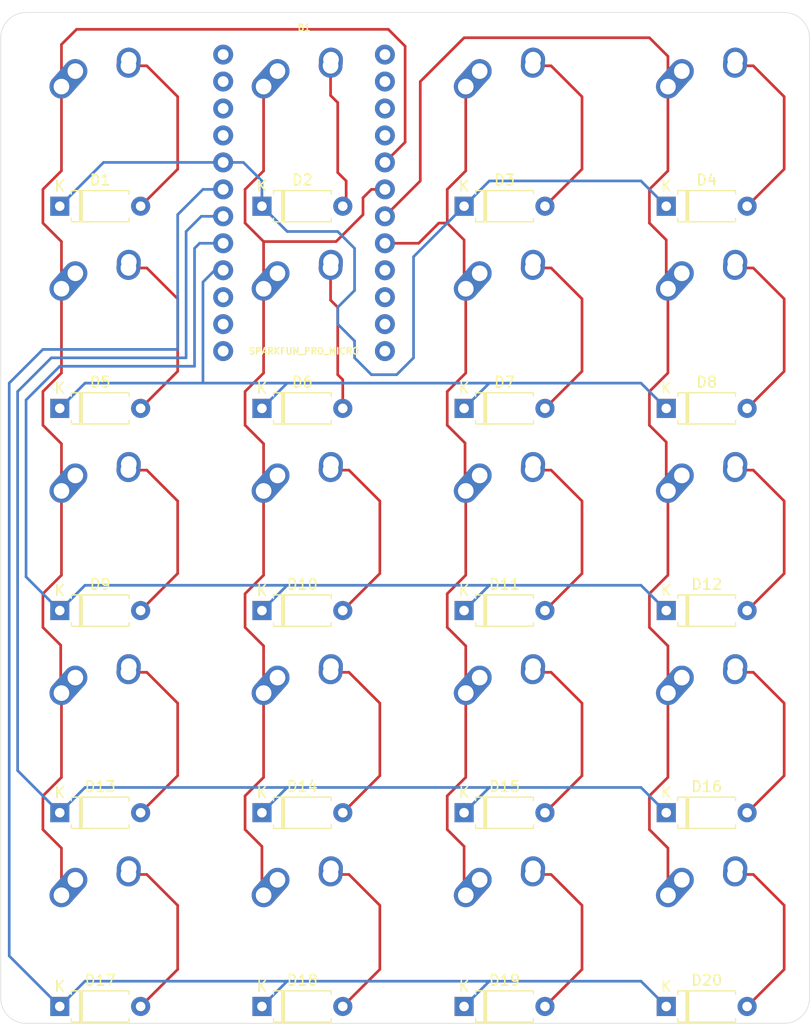
<source format=kicad_pcb>
(kicad_pcb (version 20171130) (host pcbnew 5.1.6)

  (general
    (thickness 1.6)
    (drawings 8)
    (tracks 295)
    (zones 0)
    (modules 41)
    (nets 45)
  )

  (page A4)
  (layers
    (0 F.Cu signal)
    (31 B.Cu signal)
    (32 B.Adhes user hide)
    (33 F.Adhes user hide)
    (34 B.Paste user hide)
    (35 F.Paste user hide)
    (36 B.SilkS user hide)
    (37 F.SilkS user hide)
    (38 B.Mask user hide)
    (39 F.Mask user hide)
    (40 Dwgs.User user hide)
    (41 Cmts.User user hide)
    (42 Eco1.User user hide)
    (43 Eco2.User user hide)
    (44 Edge.Cuts user)
    (45 Margin user hide)
    (46 B.CrtYd user hide)
    (47 F.CrtYd user hide)
    (48 B.Fab user hide)
    (49 F.Fab user hide)
  )

  (setup
    (last_trace_width 0.254)
    (trace_clearance 0.2)
    (zone_clearance 0.508)
    (zone_45_only no)
    (trace_min 0.2)
    (via_size 0.8)
    (via_drill 0.4)
    (via_min_size 0.4)
    (via_min_drill 0.3)
    (uvia_size 0.3)
    (uvia_drill 0.1)
    (uvias_allowed no)
    (uvia_min_size 0.2)
    (uvia_min_drill 0.1)
    (edge_width 0.05)
    (segment_width 0.2)
    (pcb_text_width 0.3)
    (pcb_text_size 1.5 1.5)
    (mod_edge_width 0.12)
    (mod_text_size 1 1)
    (mod_text_width 0.15)
    (pad_size 1.524 1.524)
    (pad_drill 0.762)
    (pad_to_mask_clearance 0.05)
    (aux_axis_origin 0 0)
    (visible_elements FFFFEF7F)
    (pcbplotparams
      (layerselection 0x010fc_ffffffff)
      (usegerberextensions false)
      (usegerberattributes true)
      (usegerberadvancedattributes true)
      (creategerberjobfile true)
      (excludeedgelayer true)
      (linewidth 0.100000)
      (plotframeref false)
      (viasonmask false)
      (mode 1)
      (useauxorigin false)
      (hpglpennumber 1)
      (hpglpenspeed 20)
      (hpglpendiameter 15.000000)
      (psnegative false)
      (psa4output false)
      (plotreference true)
      (plotvalue true)
      (plotinvisibletext false)
      (padsonsilk false)
      (subtractmaskfromsilk false)
      (outputformat 1)
      (mirror false)
      (drillshape 1)
      (scaleselection 1)
      (outputdirectory ""))
  )

  (net 0 "")
  (net 1 "Net-(B1-Pad24)")
  (net 2 "Net-(B1-Pad23)")
  (net 3 "Net-(B1-Pad22)")
  (net 4 "Net-(B1-Pad21)")
  (net 5 col3)
  (net 6 col2)
  (net 7 col1)
  (net 8 col0)
  (net 9 "Net-(B1-Pad16)")
  (net 10 "Net-(B1-Pad15)")
  (net 11 "Net-(B1-Pad14)")
  (net 12 "Net-(B1-Pad13)")
  (net 13 "Net-(B1-Pad12)")
  (net 14 "Net-(B1-Pad11)")
  (net 15 "Net-(B1-Pad10)")
  (net 16 row4)
  (net 17 row3)
  (net 18 row2)
  (net 19 row1)
  (net 20 row0)
  (net 21 "Net-(B1-Pad4)")
  (net 22 "Net-(B1-Pad3)")
  (net 23 "Net-(B1-Pad2)")
  (net 24 "Net-(B1-Pad1)")
  (net 25 "Net-(D1-Pad2)")
  (net 26 "Net-(D2-Pad2)")
  (net 27 "Net-(D3-Pad2)")
  (net 28 "Net-(D4-Pad2)")
  (net 29 "Net-(D5-Pad2)")
  (net 30 "Net-(D6-Pad2)")
  (net 31 "Net-(D7-Pad2)")
  (net 32 "Net-(D8-Pad2)")
  (net 33 "Net-(D9-Pad2)")
  (net 34 "Net-(D10-Pad2)")
  (net 35 "Net-(D11-Pad2)")
  (net 36 "Net-(D12-Pad2)")
  (net 37 "Net-(D13-Pad2)")
  (net 38 "Net-(D14-Pad2)")
  (net 39 "Net-(D15-Pad2)")
  (net 40 "Net-(D16-Pad2)")
  (net 41 "Net-(D17-Pad2)")
  (net 42 "Net-(D18-Pad2)")
  (net 43 "Net-(D19-Pad2)")
  (net 44 "Net-(D20-Pad2)")

  (net_class Default "This is the default net class."
    (clearance 0.2)
    (trace_width 0.254)
    (via_dia 0.8)
    (via_drill 0.4)
    (uvia_dia 0.3)
    (uvia_drill 0.1)
    (add_net "Net-(B1-Pad1)")
    (add_net "Net-(B1-Pad10)")
    (add_net "Net-(B1-Pad11)")
    (add_net "Net-(B1-Pad12)")
    (add_net "Net-(B1-Pad13)")
    (add_net "Net-(B1-Pad14)")
    (add_net "Net-(B1-Pad15)")
    (add_net "Net-(B1-Pad16)")
    (add_net "Net-(B1-Pad2)")
    (add_net "Net-(B1-Pad21)")
    (add_net "Net-(B1-Pad22)")
    (add_net "Net-(B1-Pad23)")
    (add_net "Net-(B1-Pad24)")
    (add_net "Net-(B1-Pad3)")
    (add_net "Net-(B1-Pad4)")
    (add_net "Net-(D1-Pad2)")
    (add_net "Net-(D10-Pad2)")
    (add_net "Net-(D11-Pad2)")
    (add_net "Net-(D12-Pad2)")
    (add_net "Net-(D13-Pad2)")
    (add_net "Net-(D14-Pad2)")
    (add_net "Net-(D15-Pad2)")
    (add_net "Net-(D16-Pad2)")
    (add_net "Net-(D17-Pad2)")
    (add_net "Net-(D18-Pad2)")
    (add_net "Net-(D19-Pad2)")
    (add_net "Net-(D2-Pad2)")
    (add_net "Net-(D20-Pad2)")
    (add_net "Net-(D3-Pad2)")
    (add_net "Net-(D4-Pad2)")
    (add_net "Net-(D5-Pad2)")
    (add_net "Net-(D6-Pad2)")
    (add_net "Net-(D7-Pad2)")
    (add_net "Net-(D8-Pad2)")
    (add_net "Net-(D9-Pad2)")
    (add_net col0)
    (add_net col1)
    (add_net col2)
    (add_net col3)
    (add_net row0)
    (add_net row1)
    (add_net row2)
    (add_net row3)
    (add_net row4)
  )

  (module MX_Alps_Hybrid:MX-1U-NoLED (layer F.Cu) (tedit 5A9F5203) (tstamp 5F54E36F)
    (at 85.725 31.75)
    (path /5F55CB96)
    (fp_text reference MX3 (at 0 3.175) (layer Dwgs.User)
      (effects (font (size 1 1) (thickness 0.15)))
    )
    (fp_text value MX-NoLED (at 0 -7.9375) (layer Dwgs.User)
      (effects (font (size 1 1) (thickness 0.15)))
    )
    (fp_line (start 5 -7) (end 7 -7) (layer Dwgs.User) (width 0.15))
    (fp_line (start 7 -7) (end 7 -5) (layer Dwgs.User) (width 0.15))
    (fp_line (start 5 7) (end 7 7) (layer Dwgs.User) (width 0.15))
    (fp_line (start 7 7) (end 7 5) (layer Dwgs.User) (width 0.15))
    (fp_line (start -7 5) (end -7 7) (layer Dwgs.User) (width 0.15))
    (fp_line (start -7 7) (end -5 7) (layer Dwgs.User) (width 0.15))
    (fp_line (start -5 -7) (end -7 -7) (layer Dwgs.User) (width 0.15))
    (fp_line (start -7 -7) (end -7 -5) (layer Dwgs.User) (width 0.15))
    (fp_line (start -9.525 -9.525) (end 9.525 -9.525) (layer Dwgs.User) (width 0.15))
    (fp_line (start 9.525 -9.525) (end 9.525 9.525) (layer Dwgs.User) (width 0.15))
    (fp_line (start 9.525 9.525) (end -9.525 9.525) (layer Dwgs.User) (width 0.15))
    (fp_line (start -9.525 9.525) (end -9.525 -9.525) (layer Dwgs.User) (width 0.15))
    (pad "" np_thru_hole circle (at 5.08 0 48.0996) (size 1.75 1.75) (drill 1.75) (layers *.Cu *.Mask))
    (pad "" np_thru_hole circle (at -5.08 0 48.0996) (size 1.75 1.75) (drill 1.75) (layers *.Cu *.Mask))
    (pad 1 thru_hole circle (at -2.5 -4) (size 2.25 2.25) (drill 1.47) (layers *.Cu B.Mask)
      (net 6 col2))
    (pad "" np_thru_hole circle (at 0 0) (size 3.9878 3.9878) (drill 3.9878) (layers *.Cu *.Mask))
    (pad 1 thru_hole oval (at -3.81 -2.54 48.0996) (size 4.211556 2.25) (drill 1.47 (offset 0.980778 0)) (layers *.Cu B.Mask)
      (net 6 col2))
    (pad 2 thru_hole circle (at 2.54 -5.08) (size 2.25 2.25) (drill 1.47) (layers *.Cu B.Mask)
      (net 27 "Net-(D3-Pad2)"))
    (pad 2 thru_hole oval (at 2.5 -4.5 86.0548) (size 2.831378 2.25) (drill 1.47 (offset 0.290689 0)) (layers *.Cu B.Mask)
      (net 27 "Net-(D3-Pad2)"))
  )

  (module Diode_THT:D_A-405_P7.62mm_Horizontal (layer F.Cu) (tedit 5AE50CD5) (tstamp 5F54E32A)
    (at 100.80625 115.8875)
    (descr "Diode, A-405 series, Axial, Horizontal, pin pitch=7.62mm, , length*diameter=5.2*2.7mm^2, , http://www.diodes.com/_files/packages/A-405.pdf")
    (tags "Diode A-405 series Axial Horizontal pin pitch 7.62mm  length 5.2mm diameter 2.7mm")
    (path /5F5B49E1)
    (fp_text reference D20 (at 3.81 -2.47) (layer F.SilkS)
      (effects (font (size 1 1) (thickness 0.15)))
    )
    (fp_text value D_Small (at 3.81 2.47) (layer F.Fab)
      (effects (font (size 1 1) (thickness 0.15)))
    )
    (fp_line (start 8.77 -1.6) (end -1.15 -1.6) (layer F.CrtYd) (width 0.05))
    (fp_line (start 8.77 1.6) (end 8.77 -1.6) (layer F.CrtYd) (width 0.05))
    (fp_line (start -1.15 1.6) (end 8.77 1.6) (layer F.CrtYd) (width 0.05))
    (fp_line (start -1.15 -1.6) (end -1.15 1.6) (layer F.CrtYd) (width 0.05))
    (fp_line (start 1.87 -1.47) (end 1.87 1.47) (layer F.SilkS) (width 0.12))
    (fp_line (start 2.11 -1.47) (end 2.11 1.47) (layer F.SilkS) (width 0.12))
    (fp_line (start 1.99 -1.47) (end 1.99 1.47) (layer F.SilkS) (width 0.12))
    (fp_line (start 6.53 1.47) (end 6.53 1.14) (layer F.SilkS) (width 0.12))
    (fp_line (start 1.09 1.47) (end 6.53 1.47) (layer F.SilkS) (width 0.12))
    (fp_line (start 1.09 1.14) (end 1.09 1.47) (layer F.SilkS) (width 0.12))
    (fp_line (start 6.53 -1.47) (end 6.53 -1.14) (layer F.SilkS) (width 0.12))
    (fp_line (start 1.09 -1.47) (end 6.53 -1.47) (layer F.SilkS) (width 0.12))
    (fp_line (start 1.09 -1.14) (end 1.09 -1.47) (layer F.SilkS) (width 0.12))
    (fp_line (start 1.89 -1.35) (end 1.89 1.35) (layer F.Fab) (width 0.1))
    (fp_line (start 2.09 -1.35) (end 2.09 1.35) (layer F.Fab) (width 0.1))
    (fp_line (start 1.99 -1.35) (end 1.99 1.35) (layer F.Fab) (width 0.1))
    (fp_line (start 7.62 0) (end 6.41 0) (layer F.Fab) (width 0.1))
    (fp_line (start 0 0) (end 1.21 0) (layer F.Fab) (width 0.1))
    (fp_line (start 6.41 -1.35) (end 1.21 -1.35) (layer F.Fab) (width 0.1))
    (fp_line (start 6.41 1.35) (end 6.41 -1.35) (layer F.Fab) (width 0.1))
    (fp_line (start 1.21 1.35) (end 6.41 1.35) (layer F.Fab) (width 0.1))
    (fp_line (start 1.21 -1.35) (end 1.21 1.35) (layer F.Fab) (width 0.1))
    (fp_text user K (at 0 -1.9) (layer F.SilkS)
      (effects (font (size 1 1) (thickness 0.15)))
    )
    (fp_text user K (at 0 -1.9) (layer F.Fab)
      (effects (font (size 1 1) (thickness 0.15)))
    )
    (fp_text user %R (at 4.2 0) (layer F.Fab)
      (effects (font (size 1 1) (thickness 0.15)))
    )
    (pad 2 thru_hole oval (at 7.62 0) (size 1.8 1.8) (drill 0.9) (layers *.Cu *.Mask)
      (net 44 "Net-(D20-Pad2)"))
    (pad 1 thru_hole rect (at 0 0) (size 1.8 1.8) (drill 0.9) (layers *.Cu *.Mask)
      (net 16 row4))
    (model ${KISYS3DMOD}/Diode_THT.3dshapes/D_A-405_P7.62mm_Horizontal.wrl
      (at (xyz 0 0 0))
      (scale (xyz 1 1 1))
      (rotate (xyz 0 0 0))
    )
  )

  (module Diode_THT:D_A-405_P7.62mm_Horizontal (layer F.Cu) (tedit 5AE50CD5) (tstamp 5F54E311)
    (at 81.75625 115.8875)
    (descr "Diode, A-405 series, Axial, Horizontal, pin pitch=7.62mm, , length*diameter=5.2*2.7mm^2, , http://www.diodes.com/_files/packages/A-405.pdf")
    (tags "Diode A-405 series Axial Horizontal pin pitch 7.62mm  length 5.2mm diameter 2.7mm")
    (path /5F5B49CC)
    (fp_text reference D19 (at 3.81 -2.47) (layer F.SilkS)
      (effects (font (size 1 1) (thickness 0.15)))
    )
    (fp_text value D_Small (at 3.81 2.47) (layer F.Fab)
      (effects (font (size 1 1) (thickness 0.15)))
    )
    (fp_line (start 8.77 -1.6) (end -1.15 -1.6) (layer F.CrtYd) (width 0.05))
    (fp_line (start 8.77 1.6) (end 8.77 -1.6) (layer F.CrtYd) (width 0.05))
    (fp_line (start -1.15 1.6) (end 8.77 1.6) (layer F.CrtYd) (width 0.05))
    (fp_line (start -1.15 -1.6) (end -1.15 1.6) (layer F.CrtYd) (width 0.05))
    (fp_line (start 1.87 -1.47) (end 1.87 1.47) (layer F.SilkS) (width 0.12))
    (fp_line (start 2.11 -1.47) (end 2.11 1.47) (layer F.SilkS) (width 0.12))
    (fp_line (start 1.99 -1.47) (end 1.99 1.47) (layer F.SilkS) (width 0.12))
    (fp_line (start 6.53 1.47) (end 6.53 1.14) (layer F.SilkS) (width 0.12))
    (fp_line (start 1.09 1.47) (end 6.53 1.47) (layer F.SilkS) (width 0.12))
    (fp_line (start 1.09 1.14) (end 1.09 1.47) (layer F.SilkS) (width 0.12))
    (fp_line (start 6.53 -1.47) (end 6.53 -1.14) (layer F.SilkS) (width 0.12))
    (fp_line (start 1.09 -1.47) (end 6.53 -1.47) (layer F.SilkS) (width 0.12))
    (fp_line (start 1.09 -1.14) (end 1.09 -1.47) (layer F.SilkS) (width 0.12))
    (fp_line (start 1.89 -1.35) (end 1.89 1.35) (layer F.Fab) (width 0.1))
    (fp_line (start 2.09 -1.35) (end 2.09 1.35) (layer F.Fab) (width 0.1))
    (fp_line (start 1.99 -1.35) (end 1.99 1.35) (layer F.Fab) (width 0.1))
    (fp_line (start 7.62 0) (end 6.41 0) (layer F.Fab) (width 0.1))
    (fp_line (start 0 0) (end 1.21 0) (layer F.Fab) (width 0.1))
    (fp_line (start 6.41 -1.35) (end 1.21 -1.35) (layer F.Fab) (width 0.1))
    (fp_line (start 6.41 1.35) (end 6.41 -1.35) (layer F.Fab) (width 0.1))
    (fp_line (start 1.21 1.35) (end 6.41 1.35) (layer F.Fab) (width 0.1))
    (fp_line (start 1.21 -1.35) (end 1.21 1.35) (layer F.Fab) (width 0.1))
    (fp_text user K (at 0 -1.9) (layer F.SilkS)
      (effects (font (size 1 1) (thickness 0.15)))
    )
    (fp_text user K (at 0 -1.9) (layer F.Fab)
      (effects (font (size 1 1) (thickness 0.15)))
    )
    (fp_text user %R (at 4.2 0) (layer F.Fab)
      (effects (font (size 1 1) (thickness 0.15)))
    )
    (pad 2 thru_hole oval (at 7.62 0) (size 1.8 1.8) (drill 0.9) (layers *.Cu *.Mask)
      (net 43 "Net-(D19-Pad2)"))
    (pad 1 thru_hole rect (at 0 0) (size 1.8 1.8) (drill 0.9) (layers *.Cu *.Mask)
      (net 16 row4))
    (model ${KISYS3DMOD}/Diode_THT.3dshapes/D_A-405_P7.62mm_Horizontal.wrl
      (at (xyz 0 0 0))
      (scale (xyz 1 1 1))
      (rotate (xyz 0 0 0))
    )
  )

  (module Diode_THT:D_A-405_P7.62mm_Horizontal (layer F.Cu) (tedit 5AE50CD5) (tstamp 5F54E2F8)
    (at 62.70625 115.8875)
    (descr "Diode, A-405 series, Axial, Horizontal, pin pitch=7.62mm, , length*diameter=5.2*2.7mm^2, , http://www.diodes.com/_files/packages/A-405.pdf")
    (tags "Diode A-405 series Axial Horizontal pin pitch 7.62mm  length 5.2mm diameter 2.7mm")
    (path /5F5B49B7)
    (fp_text reference D18 (at 3.81 -2.47) (layer F.SilkS)
      (effects (font (size 1 1) (thickness 0.15)))
    )
    (fp_text value D_Small (at 3.81 2.47) (layer F.Fab)
      (effects (font (size 1 1) (thickness 0.15)))
    )
    (fp_line (start 8.77 -1.6) (end -1.15 -1.6) (layer F.CrtYd) (width 0.05))
    (fp_line (start 8.77 1.6) (end 8.77 -1.6) (layer F.CrtYd) (width 0.05))
    (fp_line (start -1.15 1.6) (end 8.77 1.6) (layer F.CrtYd) (width 0.05))
    (fp_line (start -1.15 -1.6) (end -1.15 1.6) (layer F.CrtYd) (width 0.05))
    (fp_line (start 1.87 -1.47) (end 1.87 1.47) (layer F.SilkS) (width 0.12))
    (fp_line (start 2.11 -1.47) (end 2.11 1.47) (layer F.SilkS) (width 0.12))
    (fp_line (start 1.99 -1.47) (end 1.99 1.47) (layer F.SilkS) (width 0.12))
    (fp_line (start 6.53 1.47) (end 6.53 1.14) (layer F.SilkS) (width 0.12))
    (fp_line (start 1.09 1.47) (end 6.53 1.47) (layer F.SilkS) (width 0.12))
    (fp_line (start 1.09 1.14) (end 1.09 1.47) (layer F.SilkS) (width 0.12))
    (fp_line (start 6.53 -1.47) (end 6.53 -1.14) (layer F.SilkS) (width 0.12))
    (fp_line (start 1.09 -1.47) (end 6.53 -1.47) (layer F.SilkS) (width 0.12))
    (fp_line (start 1.09 -1.14) (end 1.09 -1.47) (layer F.SilkS) (width 0.12))
    (fp_line (start 1.89 -1.35) (end 1.89 1.35) (layer F.Fab) (width 0.1))
    (fp_line (start 2.09 -1.35) (end 2.09 1.35) (layer F.Fab) (width 0.1))
    (fp_line (start 1.99 -1.35) (end 1.99 1.35) (layer F.Fab) (width 0.1))
    (fp_line (start 7.62 0) (end 6.41 0) (layer F.Fab) (width 0.1))
    (fp_line (start 0 0) (end 1.21 0) (layer F.Fab) (width 0.1))
    (fp_line (start 6.41 -1.35) (end 1.21 -1.35) (layer F.Fab) (width 0.1))
    (fp_line (start 6.41 1.35) (end 6.41 -1.35) (layer F.Fab) (width 0.1))
    (fp_line (start 1.21 1.35) (end 6.41 1.35) (layer F.Fab) (width 0.1))
    (fp_line (start 1.21 -1.35) (end 1.21 1.35) (layer F.Fab) (width 0.1))
    (fp_text user K (at 0 -1.9) (layer F.SilkS)
      (effects (font (size 1 1) (thickness 0.15)))
    )
    (fp_text user K (at 0 -1.9) (layer F.Fab)
      (effects (font (size 1 1) (thickness 0.15)))
    )
    (fp_text user %R (at 4.2 0) (layer F.Fab)
      (effects (font (size 1 1) (thickness 0.15)))
    )
    (pad 2 thru_hole oval (at 7.62 0) (size 1.8 1.8) (drill 0.9) (layers *.Cu *.Mask)
      (net 42 "Net-(D18-Pad2)"))
    (pad 1 thru_hole rect (at 0 0) (size 1.8 1.8) (drill 0.9) (layers *.Cu *.Mask)
      (net 16 row4))
    (model ${KISYS3DMOD}/Diode_THT.3dshapes/D_A-405_P7.62mm_Horizontal.wrl
      (at (xyz 0 0 0))
      (scale (xyz 1 1 1))
      (rotate (xyz 0 0 0))
    )
  )

  (module Diode_THT:D_A-405_P7.62mm_Horizontal (layer F.Cu) (tedit 5AE50CD5) (tstamp 5F54E2DF)
    (at 43.65625 115.8875)
    (descr "Diode, A-405 series, Axial, Horizontal, pin pitch=7.62mm, , length*diameter=5.2*2.7mm^2, , http://www.diodes.com/_files/packages/A-405.pdf")
    (tags "Diode A-405 series Axial Horizontal pin pitch 7.62mm  length 5.2mm diameter 2.7mm")
    (path /5F5B49A2)
    (fp_text reference D17 (at 3.81 -2.47) (layer F.SilkS)
      (effects (font (size 1 1) (thickness 0.15)))
    )
    (fp_text value D_Small (at 3.81 2.47) (layer F.Fab)
      (effects (font (size 1 1) (thickness 0.15)))
    )
    (fp_line (start 1.21 -1.35) (end 1.21 1.35) (layer F.Fab) (width 0.1))
    (fp_line (start 1.21 1.35) (end 6.41 1.35) (layer F.Fab) (width 0.1))
    (fp_line (start 6.41 1.35) (end 6.41 -1.35) (layer F.Fab) (width 0.1))
    (fp_line (start 6.41 -1.35) (end 1.21 -1.35) (layer F.Fab) (width 0.1))
    (fp_line (start 0 0) (end 1.21 0) (layer F.Fab) (width 0.1))
    (fp_line (start 7.62 0) (end 6.41 0) (layer F.Fab) (width 0.1))
    (fp_line (start 1.99 -1.35) (end 1.99 1.35) (layer F.Fab) (width 0.1))
    (fp_line (start 2.09 -1.35) (end 2.09 1.35) (layer F.Fab) (width 0.1))
    (fp_line (start 1.89 -1.35) (end 1.89 1.35) (layer F.Fab) (width 0.1))
    (fp_line (start 1.09 -1.14) (end 1.09 -1.47) (layer F.SilkS) (width 0.12))
    (fp_line (start 1.09 -1.47) (end 6.53 -1.47) (layer F.SilkS) (width 0.12))
    (fp_line (start 6.53 -1.47) (end 6.53 -1.14) (layer F.SilkS) (width 0.12))
    (fp_line (start 1.09 1.14) (end 1.09 1.47) (layer F.SilkS) (width 0.12))
    (fp_line (start 1.09 1.47) (end 6.53 1.47) (layer F.SilkS) (width 0.12))
    (fp_line (start 6.53 1.47) (end 6.53 1.14) (layer F.SilkS) (width 0.12))
    (fp_line (start 1.99 -1.47) (end 1.99 1.47) (layer F.SilkS) (width 0.12))
    (fp_line (start 2.11 -1.47) (end 2.11 1.47) (layer F.SilkS) (width 0.12))
    (fp_line (start 1.87 -1.47) (end 1.87 1.47) (layer F.SilkS) (width 0.12))
    (fp_line (start -1.15 -1.6) (end -1.15 1.6) (layer F.CrtYd) (width 0.05))
    (fp_line (start -1.15 1.6) (end 8.77 1.6) (layer F.CrtYd) (width 0.05))
    (fp_line (start 8.77 1.6) (end 8.77 -1.6) (layer F.CrtYd) (width 0.05))
    (fp_line (start 8.77 -1.6) (end -1.15 -1.6) (layer F.CrtYd) (width 0.05))
    (fp_text user %R (at 4.2 0) (layer F.Fab)
      (effects (font (size 1 1) (thickness 0.15)))
    )
    (fp_text user K (at 0 -1.9) (layer F.Fab)
      (effects (font (size 1 1) (thickness 0.15)))
    )
    (fp_text user K (at 0 -1.9) (layer F.SilkS)
      (effects (font (size 1 1) (thickness 0.15)))
    )
    (pad 1 thru_hole rect (at 0 0) (size 1.8 1.8) (drill 0.9) (layers *.Cu *.Mask)
      (net 16 row4))
    (pad 2 thru_hole oval (at 7.62 0) (size 1.8 1.8) (drill 0.9) (layers *.Cu *.Mask)
      (net 41 "Net-(D17-Pad2)"))
    (model ${KISYS3DMOD}/Diode_THT.3dshapes/D_A-405_P7.62mm_Horizontal.wrl
      (at (xyz 0 0 0))
      (scale (xyz 1 1 1))
      (rotate (xyz 0 0 0))
    )
  )

  (module Diode_THT:D_A-405_P7.62mm_Horizontal (layer F.Cu) (tedit 5AE50CD5) (tstamp 5F54E2C6)
    (at 100.80625 97.63125)
    (descr "Diode, A-405 series, Axial, Horizontal, pin pitch=7.62mm, , length*diameter=5.2*2.7mm^2, , http://www.diodes.com/_files/packages/A-405.pdf")
    (tags "Diode A-405 series Axial Horizontal pin pitch 7.62mm  length 5.2mm diameter 2.7mm")
    (path /5F57CA27)
    (fp_text reference D16 (at 3.81 -2.47) (layer F.SilkS)
      (effects (font (size 1 1) (thickness 0.15)))
    )
    (fp_text value D_Small (at 3.81 2.47) (layer F.Fab)
      (effects (font (size 1 1) (thickness 0.15)))
    )
    (fp_line (start 8.77 -1.6) (end -1.15 -1.6) (layer F.CrtYd) (width 0.05))
    (fp_line (start 8.77 1.6) (end 8.77 -1.6) (layer F.CrtYd) (width 0.05))
    (fp_line (start -1.15 1.6) (end 8.77 1.6) (layer F.CrtYd) (width 0.05))
    (fp_line (start -1.15 -1.6) (end -1.15 1.6) (layer F.CrtYd) (width 0.05))
    (fp_line (start 1.87 -1.47) (end 1.87 1.47) (layer F.SilkS) (width 0.12))
    (fp_line (start 2.11 -1.47) (end 2.11 1.47) (layer F.SilkS) (width 0.12))
    (fp_line (start 1.99 -1.47) (end 1.99 1.47) (layer F.SilkS) (width 0.12))
    (fp_line (start 6.53 1.47) (end 6.53 1.14) (layer F.SilkS) (width 0.12))
    (fp_line (start 1.09 1.47) (end 6.53 1.47) (layer F.SilkS) (width 0.12))
    (fp_line (start 1.09 1.14) (end 1.09 1.47) (layer F.SilkS) (width 0.12))
    (fp_line (start 6.53 -1.47) (end 6.53 -1.14) (layer F.SilkS) (width 0.12))
    (fp_line (start 1.09 -1.47) (end 6.53 -1.47) (layer F.SilkS) (width 0.12))
    (fp_line (start 1.09 -1.14) (end 1.09 -1.47) (layer F.SilkS) (width 0.12))
    (fp_line (start 1.89 -1.35) (end 1.89 1.35) (layer F.Fab) (width 0.1))
    (fp_line (start 2.09 -1.35) (end 2.09 1.35) (layer F.Fab) (width 0.1))
    (fp_line (start 1.99 -1.35) (end 1.99 1.35) (layer F.Fab) (width 0.1))
    (fp_line (start 7.62 0) (end 6.41 0) (layer F.Fab) (width 0.1))
    (fp_line (start 0 0) (end 1.21 0) (layer F.Fab) (width 0.1))
    (fp_line (start 6.41 -1.35) (end 1.21 -1.35) (layer F.Fab) (width 0.1))
    (fp_line (start 6.41 1.35) (end 6.41 -1.35) (layer F.Fab) (width 0.1))
    (fp_line (start 1.21 1.35) (end 6.41 1.35) (layer F.Fab) (width 0.1))
    (fp_line (start 1.21 -1.35) (end 1.21 1.35) (layer F.Fab) (width 0.1))
    (fp_text user K (at 0 -1.9) (layer F.SilkS)
      (effects (font (size 1 1) (thickness 0.15)))
    )
    (fp_text user K (at 0 -1.9) (layer F.Fab)
      (effects (font (size 1 1) (thickness 0.15)))
    )
    (fp_text user %R (at 4.2 0) (layer F.Fab)
      (effects (font (size 1 1) (thickness 0.15)))
    )
    (pad 2 thru_hole oval (at 7.62 0) (size 1.8 1.8) (drill 0.9) (layers *.Cu *.Mask)
      (net 40 "Net-(D16-Pad2)"))
    (pad 1 thru_hole rect (at 0 0) (size 1.8 1.8) (drill 0.9) (layers *.Cu *.Mask)
      (net 17 row3))
    (model ${KISYS3DMOD}/Diode_THT.3dshapes/D_A-405_P7.62mm_Horizontal.wrl
      (at (xyz 0 0 0))
      (scale (xyz 1 1 1))
      (rotate (xyz 0 0 0))
    )
  )

  (module Diode_THT:D_A-405_P7.62mm_Horizontal (layer F.Cu) (tedit 5AE50CD5) (tstamp 5F54E2AD)
    (at 81.75625 97.63125)
    (descr "Diode, A-405 series, Axial, Horizontal, pin pitch=7.62mm, , length*diameter=5.2*2.7mm^2, , http://www.diodes.com/_files/packages/A-405.pdf")
    (tags "Diode A-405 series Axial Horizontal pin pitch 7.62mm  length 5.2mm diameter 2.7mm")
    (path /5F57CA12)
    (fp_text reference D15 (at 3.81 -2.47) (layer F.SilkS)
      (effects (font (size 1 1) (thickness 0.15)))
    )
    (fp_text value D_Small (at 3.81 2.47) (layer F.Fab)
      (effects (font (size 1 1) (thickness 0.15)))
    )
    (fp_line (start 8.77 -1.6) (end -1.15 -1.6) (layer F.CrtYd) (width 0.05))
    (fp_line (start 8.77 1.6) (end 8.77 -1.6) (layer F.CrtYd) (width 0.05))
    (fp_line (start -1.15 1.6) (end 8.77 1.6) (layer F.CrtYd) (width 0.05))
    (fp_line (start -1.15 -1.6) (end -1.15 1.6) (layer F.CrtYd) (width 0.05))
    (fp_line (start 1.87 -1.47) (end 1.87 1.47) (layer F.SilkS) (width 0.12))
    (fp_line (start 2.11 -1.47) (end 2.11 1.47) (layer F.SilkS) (width 0.12))
    (fp_line (start 1.99 -1.47) (end 1.99 1.47) (layer F.SilkS) (width 0.12))
    (fp_line (start 6.53 1.47) (end 6.53 1.14) (layer F.SilkS) (width 0.12))
    (fp_line (start 1.09 1.47) (end 6.53 1.47) (layer F.SilkS) (width 0.12))
    (fp_line (start 1.09 1.14) (end 1.09 1.47) (layer F.SilkS) (width 0.12))
    (fp_line (start 6.53 -1.47) (end 6.53 -1.14) (layer F.SilkS) (width 0.12))
    (fp_line (start 1.09 -1.47) (end 6.53 -1.47) (layer F.SilkS) (width 0.12))
    (fp_line (start 1.09 -1.14) (end 1.09 -1.47) (layer F.SilkS) (width 0.12))
    (fp_line (start 1.89 -1.35) (end 1.89 1.35) (layer F.Fab) (width 0.1))
    (fp_line (start 2.09 -1.35) (end 2.09 1.35) (layer F.Fab) (width 0.1))
    (fp_line (start 1.99 -1.35) (end 1.99 1.35) (layer F.Fab) (width 0.1))
    (fp_line (start 7.62 0) (end 6.41 0) (layer F.Fab) (width 0.1))
    (fp_line (start 0 0) (end 1.21 0) (layer F.Fab) (width 0.1))
    (fp_line (start 6.41 -1.35) (end 1.21 -1.35) (layer F.Fab) (width 0.1))
    (fp_line (start 6.41 1.35) (end 6.41 -1.35) (layer F.Fab) (width 0.1))
    (fp_line (start 1.21 1.35) (end 6.41 1.35) (layer F.Fab) (width 0.1))
    (fp_line (start 1.21 -1.35) (end 1.21 1.35) (layer F.Fab) (width 0.1))
    (fp_text user K (at 0 -1.9) (layer F.SilkS)
      (effects (font (size 1 1) (thickness 0.15)))
    )
    (fp_text user K (at 0 -1.9) (layer F.Fab)
      (effects (font (size 1 1) (thickness 0.15)))
    )
    (fp_text user %R (at 4.2 0) (layer F.Fab)
      (effects (font (size 1 1) (thickness 0.15)))
    )
    (pad 2 thru_hole oval (at 7.62 0) (size 1.8 1.8) (drill 0.9) (layers *.Cu *.Mask)
      (net 39 "Net-(D15-Pad2)"))
    (pad 1 thru_hole rect (at 0 0) (size 1.8 1.8) (drill 0.9) (layers *.Cu *.Mask)
      (net 17 row3))
    (model ${KISYS3DMOD}/Diode_THT.3dshapes/D_A-405_P7.62mm_Horizontal.wrl
      (at (xyz 0 0 0))
      (scale (xyz 1 1 1))
      (rotate (xyz 0 0 0))
    )
  )

  (module Diode_THT:D_A-405_P7.62mm_Horizontal (layer F.Cu) (tedit 5AE50CD5) (tstamp 5F54E294)
    (at 62.70625 97.63125)
    (descr "Diode, A-405 series, Axial, Horizontal, pin pitch=7.62mm, , length*diameter=5.2*2.7mm^2, , http://www.diodes.com/_files/packages/A-405.pdf")
    (tags "Diode A-405 series Axial Horizontal pin pitch 7.62mm  length 5.2mm diameter 2.7mm")
    (path /5F57C9FD)
    (fp_text reference D14 (at 3.81 -2.47) (layer F.SilkS)
      (effects (font (size 1 1) (thickness 0.15)))
    )
    (fp_text value D_Small (at 3.81 2.47) (layer F.Fab)
      (effects (font (size 1 1) (thickness 0.15)))
    )
    (fp_line (start 8.77 -1.6) (end -1.15 -1.6) (layer F.CrtYd) (width 0.05))
    (fp_line (start 8.77 1.6) (end 8.77 -1.6) (layer F.CrtYd) (width 0.05))
    (fp_line (start -1.15 1.6) (end 8.77 1.6) (layer F.CrtYd) (width 0.05))
    (fp_line (start -1.15 -1.6) (end -1.15 1.6) (layer F.CrtYd) (width 0.05))
    (fp_line (start 1.87 -1.47) (end 1.87 1.47) (layer F.SilkS) (width 0.12))
    (fp_line (start 2.11 -1.47) (end 2.11 1.47) (layer F.SilkS) (width 0.12))
    (fp_line (start 1.99 -1.47) (end 1.99 1.47) (layer F.SilkS) (width 0.12))
    (fp_line (start 6.53 1.47) (end 6.53 1.14) (layer F.SilkS) (width 0.12))
    (fp_line (start 1.09 1.47) (end 6.53 1.47) (layer F.SilkS) (width 0.12))
    (fp_line (start 1.09 1.14) (end 1.09 1.47) (layer F.SilkS) (width 0.12))
    (fp_line (start 6.53 -1.47) (end 6.53 -1.14) (layer F.SilkS) (width 0.12))
    (fp_line (start 1.09 -1.47) (end 6.53 -1.47) (layer F.SilkS) (width 0.12))
    (fp_line (start 1.09 -1.14) (end 1.09 -1.47) (layer F.SilkS) (width 0.12))
    (fp_line (start 1.89 -1.35) (end 1.89 1.35) (layer F.Fab) (width 0.1))
    (fp_line (start 2.09 -1.35) (end 2.09 1.35) (layer F.Fab) (width 0.1))
    (fp_line (start 1.99 -1.35) (end 1.99 1.35) (layer F.Fab) (width 0.1))
    (fp_line (start 7.62 0) (end 6.41 0) (layer F.Fab) (width 0.1))
    (fp_line (start 0 0) (end 1.21 0) (layer F.Fab) (width 0.1))
    (fp_line (start 6.41 -1.35) (end 1.21 -1.35) (layer F.Fab) (width 0.1))
    (fp_line (start 6.41 1.35) (end 6.41 -1.35) (layer F.Fab) (width 0.1))
    (fp_line (start 1.21 1.35) (end 6.41 1.35) (layer F.Fab) (width 0.1))
    (fp_line (start 1.21 -1.35) (end 1.21 1.35) (layer F.Fab) (width 0.1))
    (fp_text user K (at 0 -1.9) (layer F.SilkS)
      (effects (font (size 1 1) (thickness 0.15)))
    )
    (fp_text user K (at 0 -1.9) (layer F.Fab)
      (effects (font (size 1 1) (thickness 0.15)))
    )
    (fp_text user %R (at 4.2 0) (layer F.Fab)
      (effects (font (size 1 1) (thickness 0.15)))
    )
    (pad 2 thru_hole oval (at 7.62 0) (size 1.8 1.8) (drill 0.9) (layers *.Cu *.Mask)
      (net 38 "Net-(D14-Pad2)"))
    (pad 1 thru_hole rect (at 0 0) (size 1.8 1.8) (drill 0.9) (layers *.Cu *.Mask)
      (net 17 row3))
    (model ${KISYS3DMOD}/Diode_THT.3dshapes/D_A-405_P7.62mm_Horizontal.wrl
      (at (xyz 0 0 0))
      (scale (xyz 1 1 1))
      (rotate (xyz 0 0 0))
    )
  )

  (module Diode_THT:D_A-405_P7.62mm_Horizontal (layer F.Cu) (tedit 5AE50CD5) (tstamp 5F54E27B)
    (at 43.65625 97.63125)
    (descr "Diode, A-405 series, Axial, Horizontal, pin pitch=7.62mm, , length*diameter=5.2*2.7mm^2, , http://www.diodes.com/_files/packages/A-405.pdf")
    (tags "Diode A-405 series Axial Horizontal pin pitch 7.62mm  length 5.2mm diameter 2.7mm")
    (path /5F57C9E8)
    (fp_text reference D13 (at 3.81 -2.47) (layer F.SilkS)
      (effects (font (size 1 1) (thickness 0.15)))
    )
    (fp_text value D_Small (at 3.81 2.47) (layer F.Fab)
      (effects (font (size 1 1) (thickness 0.15)))
    )
    (fp_line (start 8.77 -1.6) (end -1.15 -1.6) (layer F.CrtYd) (width 0.05))
    (fp_line (start 8.77 1.6) (end 8.77 -1.6) (layer F.CrtYd) (width 0.05))
    (fp_line (start -1.15 1.6) (end 8.77 1.6) (layer F.CrtYd) (width 0.05))
    (fp_line (start -1.15 -1.6) (end -1.15 1.6) (layer F.CrtYd) (width 0.05))
    (fp_line (start 1.87 -1.47) (end 1.87 1.47) (layer F.SilkS) (width 0.12))
    (fp_line (start 2.11 -1.47) (end 2.11 1.47) (layer F.SilkS) (width 0.12))
    (fp_line (start 1.99 -1.47) (end 1.99 1.47) (layer F.SilkS) (width 0.12))
    (fp_line (start 6.53 1.47) (end 6.53 1.14) (layer F.SilkS) (width 0.12))
    (fp_line (start 1.09 1.47) (end 6.53 1.47) (layer F.SilkS) (width 0.12))
    (fp_line (start 1.09 1.14) (end 1.09 1.47) (layer F.SilkS) (width 0.12))
    (fp_line (start 6.53 -1.47) (end 6.53 -1.14) (layer F.SilkS) (width 0.12))
    (fp_line (start 1.09 -1.47) (end 6.53 -1.47) (layer F.SilkS) (width 0.12))
    (fp_line (start 1.09 -1.14) (end 1.09 -1.47) (layer F.SilkS) (width 0.12))
    (fp_line (start 1.89 -1.35) (end 1.89 1.35) (layer F.Fab) (width 0.1))
    (fp_line (start 2.09 -1.35) (end 2.09 1.35) (layer F.Fab) (width 0.1))
    (fp_line (start 1.99 -1.35) (end 1.99 1.35) (layer F.Fab) (width 0.1))
    (fp_line (start 7.62 0) (end 6.41 0) (layer F.Fab) (width 0.1))
    (fp_line (start 0 0) (end 1.21 0) (layer F.Fab) (width 0.1))
    (fp_line (start 6.41 -1.35) (end 1.21 -1.35) (layer F.Fab) (width 0.1))
    (fp_line (start 6.41 1.35) (end 6.41 -1.35) (layer F.Fab) (width 0.1))
    (fp_line (start 1.21 1.35) (end 6.41 1.35) (layer F.Fab) (width 0.1))
    (fp_line (start 1.21 -1.35) (end 1.21 1.35) (layer F.Fab) (width 0.1))
    (fp_text user K (at 0 -1.9) (layer F.SilkS)
      (effects (font (size 1 1) (thickness 0.15)))
    )
    (fp_text user K (at 0 -1.9) (layer F.Fab)
      (effects (font (size 1 1) (thickness 0.15)))
    )
    (fp_text user %R (at 4.2 0) (layer F.Fab)
      (effects (font (size 1 1) (thickness 0.15)))
    )
    (pad 2 thru_hole oval (at 7.62 0) (size 1.8 1.8) (drill 0.9) (layers *.Cu *.Mask)
      (net 37 "Net-(D13-Pad2)"))
    (pad 1 thru_hole rect (at 0 0) (size 1.8 1.8) (drill 0.9) (layers *.Cu *.Mask)
      (net 17 row3))
    (model ${KISYS3DMOD}/Diode_THT.3dshapes/D_A-405_P7.62mm_Horizontal.wrl
      (at (xyz 0 0 0))
      (scale (xyz 1 1 1))
      (rotate (xyz 0 0 0))
    )
  )

  (module Diode_THT:D_A-405_P7.62mm_Horizontal (layer F.Cu) (tedit 5AE50CD5) (tstamp 5F54E262)
    (at 100.80625 78.58125)
    (descr "Diode, A-405 series, Axial, Horizontal, pin pitch=7.62mm, , length*diameter=5.2*2.7mm^2, , http://www.diodes.com/_files/packages/A-405.pdf")
    (tags "Diode A-405 series Axial Horizontal pin pitch 7.62mm  length 5.2mm diameter 2.7mm")
    (path /5F57C9D3)
    (fp_text reference D12 (at 3.81 -2.47) (layer F.SilkS)
      (effects (font (size 1 1) (thickness 0.15)))
    )
    (fp_text value D_Small (at 3.81 2.47) (layer F.Fab)
      (effects (font (size 1 1) (thickness 0.15)))
    )
    (fp_line (start 8.77 -1.6) (end -1.15 -1.6) (layer F.CrtYd) (width 0.05))
    (fp_line (start 8.77 1.6) (end 8.77 -1.6) (layer F.CrtYd) (width 0.05))
    (fp_line (start -1.15 1.6) (end 8.77 1.6) (layer F.CrtYd) (width 0.05))
    (fp_line (start -1.15 -1.6) (end -1.15 1.6) (layer F.CrtYd) (width 0.05))
    (fp_line (start 1.87 -1.47) (end 1.87 1.47) (layer F.SilkS) (width 0.12))
    (fp_line (start 2.11 -1.47) (end 2.11 1.47) (layer F.SilkS) (width 0.12))
    (fp_line (start 1.99 -1.47) (end 1.99 1.47) (layer F.SilkS) (width 0.12))
    (fp_line (start 6.53 1.47) (end 6.53 1.14) (layer F.SilkS) (width 0.12))
    (fp_line (start 1.09 1.47) (end 6.53 1.47) (layer F.SilkS) (width 0.12))
    (fp_line (start 1.09 1.14) (end 1.09 1.47) (layer F.SilkS) (width 0.12))
    (fp_line (start 6.53 -1.47) (end 6.53 -1.14) (layer F.SilkS) (width 0.12))
    (fp_line (start 1.09 -1.47) (end 6.53 -1.47) (layer F.SilkS) (width 0.12))
    (fp_line (start 1.09 -1.14) (end 1.09 -1.47) (layer F.SilkS) (width 0.12))
    (fp_line (start 1.89 -1.35) (end 1.89 1.35) (layer F.Fab) (width 0.1))
    (fp_line (start 2.09 -1.35) (end 2.09 1.35) (layer F.Fab) (width 0.1))
    (fp_line (start 1.99 -1.35) (end 1.99 1.35) (layer F.Fab) (width 0.1))
    (fp_line (start 7.62 0) (end 6.41 0) (layer F.Fab) (width 0.1))
    (fp_line (start 0 0) (end 1.21 0) (layer F.Fab) (width 0.1))
    (fp_line (start 6.41 -1.35) (end 1.21 -1.35) (layer F.Fab) (width 0.1))
    (fp_line (start 6.41 1.35) (end 6.41 -1.35) (layer F.Fab) (width 0.1))
    (fp_line (start 1.21 1.35) (end 6.41 1.35) (layer F.Fab) (width 0.1))
    (fp_line (start 1.21 -1.35) (end 1.21 1.35) (layer F.Fab) (width 0.1))
    (fp_text user K (at 0 -1.9) (layer F.SilkS)
      (effects (font (size 1 1) (thickness 0.15)))
    )
    (fp_text user K (at 0 -1.9) (layer F.Fab)
      (effects (font (size 1 1) (thickness 0.15)))
    )
    (fp_text user %R (at 4.2 0) (layer F.Fab)
      (effects (font (size 1 1) (thickness 0.15)))
    )
    (pad 2 thru_hole oval (at 7.62 0) (size 1.8 1.8) (drill 0.9) (layers *.Cu *.Mask)
      (net 36 "Net-(D12-Pad2)"))
    (pad 1 thru_hole rect (at 0 0) (size 1.8 1.8) (drill 0.9) (layers *.Cu *.Mask)
      (net 18 row2))
    (model ${KISYS3DMOD}/Diode_THT.3dshapes/D_A-405_P7.62mm_Horizontal.wrl
      (at (xyz 0 0 0))
      (scale (xyz 1 1 1))
      (rotate (xyz 0 0 0))
    )
  )

  (module Diode_THT:D_A-405_P7.62mm_Horizontal (layer F.Cu) (tedit 5AE50CD5) (tstamp 5F54E249)
    (at 81.75625 78.58125)
    (descr "Diode, A-405 series, Axial, Horizontal, pin pitch=7.62mm, , length*diameter=5.2*2.7mm^2, , http://www.diodes.com/_files/packages/A-405.pdf")
    (tags "Diode A-405 series Axial Horizontal pin pitch 7.62mm  length 5.2mm diameter 2.7mm")
    (path /5F57C9BE)
    (fp_text reference D11 (at 3.81 -2.47) (layer F.SilkS)
      (effects (font (size 1 1) (thickness 0.15)))
    )
    (fp_text value D_Small (at 3.81 2.47) (layer F.Fab)
      (effects (font (size 1 1) (thickness 0.15)))
    )
    (fp_line (start 8.77 -1.6) (end -1.15 -1.6) (layer F.CrtYd) (width 0.05))
    (fp_line (start 8.77 1.6) (end 8.77 -1.6) (layer F.CrtYd) (width 0.05))
    (fp_line (start -1.15 1.6) (end 8.77 1.6) (layer F.CrtYd) (width 0.05))
    (fp_line (start -1.15 -1.6) (end -1.15 1.6) (layer F.CrtYd) (width 0.05))
    (fp_line (start 1.87 -1.47) (end 1.87 1.47) (layer F.SilkS) (width 0.12))
    (fp_line (start 2.11 -1.47) (end 2.11 1.47) (layer F.SilkS) (width 0.12))
    (fp_line (start 1.99 -1.47) (end 1.99 1.47) (layer F.SilkS) (width 0.12))
    (fp_line (start 6.53 1.47) (end 6.53 1.14) (layer F.SilkS) (width 0.12))
    (fp_line (start 1.09 1.47) (end 6.53 1.47) (layer F.SilkS) (width 0.12))
    (fp_line (start 1.09 1.14) (end 1.09 1.47) (layer F.SilkS) (width 0.12))
    (fp_line (start 6.53 -1.47) (end 6.53 -1.14) (layer F.SilkS) (width 0.12))
    (fp_line (start 1.09 -1.47) (end 6.53 -1.47) (layer F.SilkS) (width 0.12))
    (fp_line (start 1.09 -1.14) (end 1.09 -1.47) (layer F.SilkS) (width 0.12))
    (fp_line (start 1.89 -1.35) (end 1.89 1.35) (layer F.Fab) (width 0.1))
    (fp_line (start 2.09 -1.35) (end 2.09 1.35) (layer F.Fab) (width 0.1))
    (fp_line (start 1.99 -1.35) (end 1.99 1.35) (layer F.Fab) (width 0.1))
    (fp_line (start 7.62 0) (end 6.41 0) (layer F.Fab) (width 0.1))
    (fp_line (start 0 0) (end 1.21 0) (layer F.Fab) (width 0.1))
    (fp_line (start 6.41 -1.35) (end 1.21 -1.35) (layer F.Fab) (width 0.1))
    (fp_line (start 6.41 1.35) (end 6.41 -1.35) (layer F.Fab) (width 0.1))
    (fp_line (start 1.21 1.35) (end 6.41 1.35) (layer F.Fab) (width 0.1))
    (fp_line (start 1.21 -1.35) (end 1.21 1.35) (layer F.Fab) (width 0.1))
    (fp_text user K (at 0 -1.9) (layer F.SilkS)
      (effects (font (size 1 1) (thickness 0.15)))
    )
    (fp_text user K (at 0 -1.9) (layer F.Fab)
      (effects (font (size 1 1) (thickness 0.15)))
    )
    (fp_text user %R (at 4.2 0) (layer F.Fab)
      (effects (font (size 1 1) (thickness 0.15)))
    )
    (pad 2 thru_hole oval (at 7.62 0) (size 1.8 1.8) (drill 0.9) (layers *.Cu *.Mask)
      (net 35 "Net-(D11-Pad2)"))
    (pad 1 thru_hole rect (at 0 0) (size 1.8 1.8) (drill 0.9) (layers *.Cu *.Mask)
      (net 18 row2))
    (model ${KISYS3DMOD}/Diode_THT.3dshapes/D_A-405_P7.62mm_Horizontal.wrl
      (at (xyz 0 0 0))
      (scale (xyz 1 1 1))
      (rotate (xyz 0 0 0))
    )
  )

  (module Diode_THT:D_A-405_P7.62mm_Horizontal (layer F.Cu) (tedit 5AE50CD5) (tstamp 5F54E230)
    (at 62.70625 78.58125)
    (descr "Diode, A-405 series, Axial, Horizontal, pin pitch=7.62mm, , length*diameter=5.2*2.7mm^2, , http://www.diodes.com/_files/packages/A-405.pdf")
    (tags "Diode A-405 series Axial Horizontal pin pitch 7.62mm  length 5.2mm diameter 2.7mm")
    (path /5F57C9A9)
    (fp_text reference D10 (at 3.81 -2.47) (layer F.SilkS)
      (effects (font (size 1 1) (thickness 0.15)))
    )
    (fp_text value D_Small (at 3.81 2.47) (layer F.Fab)
      (effects (font (size 1 1) (thickness 0.15)))
    )
    (fp_line (start 8.77 -1.6) (end -1.15 -1.6) (layer F.CrtYd) (width 0.05))
    (fp_line (start 8.77 1.6) (end 8.77 -1.6) (layer F.CrtYd) (width 0.05))
    (fp_line (start -1.15 1.6) (end 8.77 1.6) (layer F.CrtYd) (width 0.05))
    (fp_line (start -1.15 -1.6) (end -1.15 1.6) (layer F.CrtYd) (width 0.05))
    (fp_line (start 1.87 -1.47) (end 1.87 1.47) (layer F.SilkS) (width 0.12))
    (fp_line (start 2.11 -1.47) (end 2.11 1.47) (layer F.SilkS) (width 0.12))
    (fp_line (start 1.99 -1.47) (end 1.99 1.47) (layer F.SilkS) (width 0.12))
    (fp_line (start 6.53 1.47) (end 6.53 1.14) (layer F.SilkS) (width 0.12))
    (fp_line (start 1.09 1.47) (end 6.53 1.47) (layer F.SilkS) (width 0.12))
    (fp_line (start 1.09 1.14) (end 1.09 1.47) (layer F.SilkS) (width 0.12))
    (fp_line (start 6.53 -1.47) (end 6.53 -1.14) (layer F.SilkS) (width 0.12))
    (fp_line (start 1.09 -1.47) (end 6.53 -1.47) (layer F.SilkS) (width 0.12))
    (fp_line (start 1.09 -1.14) (end 1.09 -1.47) (layer F.SilkS) (width 0.12))
    (fp_line (start 1.89 -1.35) (end 1.89 1.35) (layer F.Fab) (width 0.1))
    (fp_line (start 2.09 -1.35) (end 2.09 1.35) (layer F.Fab) (width 0.1))
    (fp_line (start 1.99 -1.35) (end 1.99 1.35) (layer F.Fab) (width 0.1))
    (fp_line (start 7.62 0) (end 6.41 0) (layer F.Fab) (width 0.1))
    (fp_line (start 0 0) (end 1.21 0) (layer F.Fab) (width 0.1))
    (fp_line (start 6.41 -1.35) (end 1.21 -1.35) (layer F.Fab) (width 0.1))
    (fp_line (start 6.41 1.35) (end 6.41 -1.35) (layer F.Fab) (width 0.1))
    (fp_line (start 1.21 1.35) (end 6.41 1.35) (layer F.Fab) (width 0.1))
    (fp_line (start 1.21 -1.35) (end 1.21 1.35) (layer F.Fab) (width 0.1))
    (fp_text user K (at 0 -1.9) (layer F.SilkS)
      (effects (font (size 1 1) (thickness 0.15)))
    )
    (fp_text user K (at 0 -1.9) (layer F.Fab)
      (effects (font (size 1 1) (thickness 0.15)))
    )
    (fp_text user %R (at 4.2 0) (layer F.Fab)
      (effects (font (size 1 1) (thickness 0.15)))
    )
    (pad 2 thru_hole oval (at 7.62 0) (size 1.8 1.8) (drill 0.9) (layers *.Cu *.Mask)
      (net 34 "Net-(D10-Pad2)"))
    (pad 1 thru_hole rect (at 0 0) (size 1.8 1.8) (drill 0.9) (layers *.Cu *.Mask)
      (net 18 row2))
    (model ${KISYS3DMOD}/Diode_THT.3dshapes/D_A-405_P7.62mm_Horizontal.wrl
      (at (xyz 0 0 0))
      (scale (xyz 1 1 1))
      (rotate (xyz 0 0 0))
    )
  )

  (module Diode_THT:D_A-405_P7.62mm_Horizontal (layer F.Cu) (tedit 5AE50CD5) (tstamp 5F54E217)
    (at 43.65625 78.58125)
    (descr "Diode, A-405 series, Axial, Horizontal, pin pitch=7.62mm, , length*diameter=5.2*2.7mm^2, , http://www.diodes.com/_files/packages/A-405.pdf")
    (tags "Diode A-405 series Axial Horizontal pin pitch 7.62mm  length 5.2mm diameter 2.7mm")
    (path /5F57C994)
    (fp_text reference D9 (at 3.81 -2.47) (layer F.SilkS)
      (effects (font (size 1 1) (thickness 0.15)))
    )
    (fp_text value D_Small (at 3.81 2.47) (layer F.Fab)
      (effects (font (size 1 1) (thickness 0.15)))
    )
    (fp_line (start 8.77 -1.6) (end -1.15 -1.6) (layer F.CrtYd) (width 0.05))
    (fp_line (start 8.77 1.6) (end 8.77 -1.6) (layer F.CrtYd) (width 0.05))
    (fp_line (start -1.15 1.6) (end 8.77 1.6) (layer F.CrtYd) (width 0.05))
    (fp_line (start -1.15 -1.6) (end -1.15 1.6) (layer F.CrtYd) (width 0.05))
    (fp_line (start 1.87 -1.47) (end 1.87 1.47) (layer F.SilkS) (width 0.12))
    (fp_line (start 2.11 -1.47) (end 2.11 1.47) (layer F.SilkS) (width 0.12))
    (fp_line (start 1.99 -1.47) (end 1.99 1.47) (layer F.SilkS) (width 0.12))
    (fp_line (start 6.53 1.47) (end 6.53 1.14) (layer F.SilkS) (width 0.12))
    (fp_line (start 1.09 1.47) (end 6.53 1.47) (layer F.SilkS) (width 0.12))
    (fp_line (start 1.09 1.14) (end 1.09 1.47) (layer F.SilkS) (width 0.12))
    (fp_line (start 6.53 -1.47) (end 6.53 -1.14) (layer F.SilkS) (width 0.12))
    (fp_line (start 1.09 -1.47) (end 6.53 -1.47) (layer F.SilkS) (width 0.12))
    (fp_line (start 1.09 -1.14) (end 1.09 -1.47) (layer F.SilkS) (width 0.12))
    (fp_line (start 1.89 -1.35) (end 1.89 1.35) (layer F.Fab) (width 0.1))
    (fp_line (start 2.09 -1.35) (end 2.09 1.35) (layer F.Fab) (width 0.1))
    (fp_line (start 1.99 -1.35) (end 1.99 1.35) (layer F.Fab) (width 0.1))
    (fp_line (start 7.62 0) (end 6.41 0) (layer F.Fab) (width 0.1))
    (fp_line (start 0 0) (end 1.21 0) (layer F.Fab) (width 0.1))
    (fp_line (start 6.41 -1.35) (end 1.21 -1.35) (layer F.Fab) (width 0.1))
    (fp_line (start 6.41 1.35) (end 6.41 -1.35) (layer F.Fab) (width 0.1))
    (fp_line (start 1.21 1.35) (end 6.41 1.35) (layer F.Fab) (width 0.1))
    (fp_line (start 1.21 -1.35) (end 1.21 1.35) (layer F.Fab) (width 0.1))
    (fp_text user K (at 0 -1.9) (layer F.SilkS)
      (effects (font (size 1 1) (thickness 0.15)))
    )
    (fp_text user K (at 0 -1.9) (layer F.Fab)
      (effects (font (size 1 1) (thickness 0.15)))
    )
    (fp_text user %R (at 4.2 0) (layer F.Fab)
      (effects (font (size 1 1) (thickness 0.15)))
    )
    (pad 2 thru_hole oval (at 7.62 0) (size 1.8 1.8) (drill 0.9) (layers *.Cu *.Mask)
      (net 33 "Net-(D9-Pad2)"))
    (pad 1 thru_hole rect (at 0 0) (size 1.8 1.8) (drill 0.9) (layers *.Cu *.Mask)
      (net 18 row2))
    (model ${KISYS3DMOD}/Diode_THT.3dshapes/D_A-405_P7.62mm_Horizontal.wrl
      (at (xyz 0 0 0))
      (scale (xyz 1 1 1))
      (rotate (xyz 0 0 0))
    )
  )

  (module Diode_THT:D_A-405_P7.62mm_Horizontal (layer F.Cu) (tedit 5AE50CD5) (tstamp 5F54E1FE)
    (at 100.80625 59.53125)
    (descr "Diode, A-405 series, Axial, Horizontal, pin pitch=7.62mm, , length*diameter=5.2*2.7mm^2, , http://www.diodes.com/_files/packages/A-405.pdf")
    (tags "Diode A-405 series Axial Horizontal pin pitch 7.62mm  length 5.2mm diameter 2.7mm")
    (path /5F56A6BB)
    (fp_text reference D8 (at 3.81 -2.47) (layer F.SilkS)
      (effects (font (size 1 1) (thickness 0.15)))
    )
    (fp_text value D_Small (at 3.81 2.47) (layer F.Fab)
      (effects (font (size 1 1) (thickness 0.15)))
    )
    (fp_line (start 8.77 -1.6) (end -1.15 -1.6) (layer F.CrtYd) (width 0.05))
    (fp_line (start 8.77 1.6) (end 8.77 -1.6) (layer F.CrtYd) (width 0.05))
    (fp_line (start -1.15 1.6) (end 8.77 1.6) (layer F.CrtYd) (width 0.05))
    (fp_line (start -1.15 -1.6) (end -1.15 1.6) (layer F.CrtYd) (width 0.05))
    (fp_line (start 1.87 -1.47) (end 1.87 1.47) (layer F.SilkS) (width 0.12))
    (fp_line (start 2.11 -1.47) (end 2.11 1.47) (layer F.SilkS) (width 0.12))
    (fp_line (start 1.99 -1.47) (end 1.99 1.47) (layer F.SilkS) (width 0.12))
    (fp_line (start 6.53 1.47) (end 6.53 1.14) (layer F.SilkS) (width 0.12))
    (fp_line (start 1.09 1.47) (end 6.53 1.47) (layer F.SilkS) (width 0.12))
    (fp_line (start 1.09 1.14) (end 1.09 1.47) (layer F.SilkS) (width 0.12))
    (fp_line (start 6.53 -1.47) (end 6.53 -1.14) (layer F.SilkS) (width 0.12))
    (fp_line (start 1.09 -1.47) (end 6.53 -1.47) (layer F.SilkS) (width 0.12))
    (fp_line (start 1.09 -1.14) (end 1.09 -1.47) (layer F.SilkS) (width 0.12))
    (fp_line (start 1.89 -1.35) (end 1.89 1.35) (layer F.Fab) (width 0.1))
    (fp_line (start 2.09 -1.35) (end 2.09 1.35) (layer F.Fab) (width 0.1))
    (fp_line (start 1.99 -1.35) (end 1.99 1.35) (layer F.Fab) (width 0.1))
    (fp_line (start 7.62 0) (end 6.41 0) (layer F.Fab) (width 0.1))
    (fp_line (start 0 0) (end 1.21 0) (layer F.Fab) (width 0.1))
    (fp_line (start 6.41 -1.35) (end 1.21 -1.35) (layer F.Fab) (width 0.1))
    (fp_line (start 6.41 1.35) (end 6.41 -1.35) (layer F.Fab) (width 0.1))
    (fp_line (start 1.21 1.35) (end 6.41 1.35) (layer F.Fab) (width 0.1))
    (fp_line (start 1.21 -1.35) (end 1.21 1.35) (layer F.Fab) (width 0.1))
    (fp_text user K (at 0 -1.9) (layer F.SilkS)
      (effects (font (size 1 1) (thickness 0.15)))
    )
    (fp_text user K (at 0 -1.9) (layer F.Fab)
      (effects (font (size 1 1) (thickness 0.15)))
    )
    (fp_text user %R (at 4.2 0) (layer F.Fab)
      (effects (font (size 1 1) (thickness 0.15)))
    )
    (pad 2 thru_hole oval (at 7.62 0) (size 1.8 1.8) (drill 0.9) (layers *.Cu *.Mask)
      (net 32 "Net-(D8-Pad2)"))
    (pad 1 thru_hole rect (at 0 0) (size 1.8 1.8) (drill 0.9) (layers *.Cu *.Mask)
      (net 19 row1))
    (model ${KISYS3DMOD}/Diode_THT.3dshapes/D_A-405_P7.62mm_Horizontal.wrl
      (at (xyz 0 0 0))
      (scale (xyz 1 1 1))
      (rotate (xyz 0 0 0))
    )
  )

  (module Diode_THT:D_A-405_P7.62mm_Horizontal (layer F.Cu) (tedit 5AE50CD5) (tstamp 5F54E1E5)
    (at 81.75625 59.53125)
    (descr "Diode, A-405 series, Axial, Horizontal, pin pitch=7.62mm, , length*diameter=5.2*2.7mm^2, , http://www.diodes.com/_files/packages/A-405.pdf")
    (tags "Diode A-405 series Axial Horizontal pin pitch 7.62mm  length 5.2mm diameter 2.7mm")
    (path /5F56A6A6)
    (fp_text reference D7 (at 3.81 -2.47) (layer F.SilkS)
      (effects (font (size 1 1) (thickness 0.15)))
    )
    (fp_text value D_Small (at 3.81 2.47) (layer F.Fab)
      (effects (font (size 1 1) (thickness 0.15)))
    )
    (fp_line (start 8.77 -1.6) (end -1.15 -1.6) (layer F.CrtYd) (width 0.05))
    (fp_line (start 8.77 1.6) (end 8.77 -1.6) (layer F.CrtYd) (width 0.05))
    (fp_line (start -1.15 1.6) (end 8.77 1.6) (layer F.CrtYd) (width 0.05))
    (fp_line (start -1.15 -1.6) (end -1.15 1.6) (layer F.CrtYd) (width 0.05))
    (fp_line (start 1.87 -1.47) (end 1.87 1.47) (layer F.SilkS) (width 0.12))
    (fp_line (start 2.11 -1.47) (end 2.11 1.47) (layer F.SilkS) (width 0.12))
    (fp_line (start 1.99 -1.47) (end 1.99 1.47) (layer F.SilkS) (width 0.12))
    (fp_line (start 6.53 1.47) (end 6.53 1.14) (layer F.SilkS) (width 0.12))
    (fp_line (start 1.09 1.47) (end 6.53 1.47) (layer F.SilkS) (width 0.12))
    (fp_line (start 1.09 1.14) (end 1.09 1.47) (layer F.SilkS) (width 0.12))
    (fp_line (start 6.53 -1.47) (end 6.53 -1.14) (layer F.SilkS) (width 0.12))
    (fp_line (start 1.09 -1.47) (end 6.53 -1.47) (layer F.SilkS) (width 0.12))
    (fp_line (start 1.09 -1.14) (end 1.09 -1.47) (layer F.SilkS) (width 0.12))
    (fp_line (start 1.89 -1.35) (end 1.89 1.35) (layer F.Fab) (width 0.1))
    (fp_line (start 2.09 -1.35) (end 2.09 1.35) (layer F.Fab) (width 0.1))
    (fp_line (start 1.99 -1.35) (end 1.99 1.35) (layer F.Fab) (width 0.1))
    (fp_line (start 7.62 0) (end 6.41 0) (layer F.Fab) (width 0.1))
    (fp_line (start 0 0) (end 1.21 0) (layer F.Fab) (width 0.1))
    (fp_line (start 6.41 -1.35) (end 1.21 -1.35) (layer F.Fab) (width 0.1))
    (fp_line (start 6.41 1.35) (end 6.41 -1.35) (layer F.Fab) (width 0.1))
    (fp_line (start 1.21 1.35) (end 6.41 1.35) (layer F.Fab) (width 0.1))
    (fp_line (start 1.21 -1.35) (end 1.21 1.35) (layer F.Fab) (width 0.1))
    (fp_text user K (at 0 -1.9) (layer F.SilkS)
      (effects (font (size 1 1) (thickness 0.15)))
    )
    (fp_text user K (at 0 -1.9) (layer F.Fab)
      (effects (font (size 1 1) (thickness 0.15)))
    )
    (fp_text user %R (at 4.2 0) (layer F.Fab)
      (effects (font (size 1 1) (thickness 0.15)))
    )
    (pad 2 thru_hole oval (at 7.62 0) (size 1.8 1.8) (drill 0.9) (layers *.Cu *.Mask)
      (net 31 "Net-(D7-Pad2)"))
    (pad 1 thru_hole rect (at 0 0) (size 1.8 1.8) (drill 0.9) (layers *.Cu *.Mask)
      (net 19 row1))
    (model ${KISYS3DMOD}/Diode_THT.3dshapes/D_A-405_P7.62mm_Horizontal.wrl
      (at (xyz 0 0 0))
      (scale (xyz 1 1 1))
      (rotate (xyz 0 0 0))
    )
  )

  (module Diode_THT:D_A-405_P7.62mm_Horizontal (layer F.Cu) (tedit 5AE50CD5) (tstamp 5F54E1CC)
    (at 62.70625 59.53125)
    (descr "Diode, A-405 series, Axial, Horizontal, pin pitch=7.62mm, , length*diameter=5.2*2.7mm^2, , http://www.diodes.com/_files/packages/A-405.pdf")
    (tags "Diode A-405 series Axial Horizontal pin pitch 7.62mm  length 5.2mm diameter 2.7mm")
    (path /5F56A691)
    (fp_text reference D6 (at 3.81 -2.47) (layer F.SilkS)
      (effects (font (size 1 1) (thickness 0.15)))
    )
    (fp_text value D_Small (at 3.81 2.47) (layer F.Fab)
      (effects (font (size 1 1) (thickness 0.15)))
    )
    (fp_line (start 8.77 -1.6) (end -1.15 -1.6) (layer F.CrtYd) (width 0.05))
    (fp_line (start 8.77 1.6) (end 8.77 -1.6) (layer F.CrtYd) (width 0.05))
    (fp_line (start -1.15 1.6) (end 8.77 1.6) (layer F.CrtYd) (width 0.05))
    (fp_line (start -1.15 -1.6) (end -1.15 1.6) (layer F.CrtYd) (width 0.05))
    (fp_line (start 1.87 -1.47) (end 1.87 1.47) (layer F.SilkS) (width 0.12))
    (fp_line (start 2.11 -1.47) (end 2.11 1.47) (layer F.SilkS) (width 0.12))
    (fp_line (start 1.99 -1.47) (end 1.99 1.47) (layer F.SilkS) (width 0.12))
    (fp_line (start 6.53 1.47) (end 6.53 1.14) (layer F.SilkS) (width 0.12))
    (fp_line (start 1.09 1.47) (end 6.53 1.47) (layer F.SilkS) (width 0.12))
    (fp_line (start 1.09 1.14) (end 1.09 1.47) (layer F.SilkS) (width 0.12))
    (fp_line (start 6.53 -1.47) (end 6.53 -1.14) (layer F.SilkS) (width 0.12))
    (fp_line (start 1.09 -1.47) (end 6.53 -1.47) (layer F.SilkS) (width 0.12))
    (fp_line (start 1.09 -1.14) (end 1.09 -1.47) (layer F.SilkS) (width 0.12))
    (fp_line (start 1.89 -1.35) (end 1.89 1.35) (layer F.Fab) (width 0.1))
    (fp_line (start 2.09 -1.35) (end 2.09 1.35) (layer F.Fab) (width 0.1))
    (fp_line (start 1.99 -1.35) (end 1.99 1.35) (layer F.Fab) (width 0.1))
    (fp_line (start 7.62 0) (end 6.41 0) (layer F.Fab) (width 0.1))
    (fp_line (start 0 0) (end 1.21 0) (layer F.Fab) (width 0.1))
    (fp_line (start 6.41 -1.35) (end 1.21 -1.35) (layer F.Fab) (width 0.1))
    (fp_line (start 6.41 1.35) (end 6.41 -1.35) (layer F.Fab) (width 0.1))
    (fp_line (start 1.21 1.35) (end 6.41 1.35) (layer F.Fab) (width 0.1))
    (fp_line (start 1.21 -1.35) (end 1.21 1.35) (layer F.Fab) (width 0.1))
    (fp_text user K (at 0 -1.9) (layer F.SilkS)
      (effects (font (size 1 1) (thickness 0.15)))
    )
    (fp_text user K (at 0 -1.9) (layer F.Fab)
      (effects (font (size 1 1) (thickness 0.15)))
    )
    (fp_text user %R (at 4.2 0) (layer F.Fab)
      (effects (font (size 1 1) (thickness 0.15)))
    )
    (pad 2 thru_hole oval (at 7.62 0) (size 1.8 1.8) (drill 0.9) (layers *.Cu *.Mask)
      (net 30 "Net-(D6-Pad2)"))
    (pad 1 thru_hole rect (at 0 0) (size 1.8 1.8) (drill 0.9) (layers *.Cu *.Mask)
      (net 19 row1))
    (model ${KISYS3DMOD}/Diode_THT.3dshapes/D_A-405_P7.62mm_Horizontal.wrl
      (at (xyz 0 0 0))
      (scale (xyz 1 1 1))
      (rotate (xyz 0 0 0))
    )
  )

  (module Diode_THT:D_A-405_P7.62mm_Horizontal (layer F.Cu) (tedit 5AE50CD5) (tstamp 5F54E1B3)
    (at 43.65625 59.53125)
    (descr "Diode, A-405 series, Axial, Horizontal, pin pitch=7.62mm, , length*diameter=5.2*2.7mm^2, , http://www.diodes.com/_files/packages/A-405.pdf")
    (tags "Diode A-405 series Axial Horizontal pin pitch 7.62mm  length 5.2mm diameter 2.7mm")
    (path /5F56A67C)
    (fp_text reference D5 (at 3.81 -2.47) (layer F.SilkS)
      (effects (font (size 1 1) (thickness 0.15)))
    )
    (fp_text value D_Small (at 3.81 2.47) (layer F.Fab)
      (effects (font (size 1 1) (thickness 0.15)))
    )
    (fp_line (start 8.77 -1.6) (end -1.15 -1.6) (layer F.CrtYd) (width 0.05))
    (fp_line (start 8.77 1.6) (end 8.77 -1.6) (layer F.CrtYd) (width 0.05))
    (fp_line (start -1.15 1.6) (end 8.77 1.6) (layer F.CrtYd) (width 0.05))
    (fp_line (start -1.15 -1.6) (end -1.15 1.6) (layer F.CrtYd) (width 0.05))
    (fp_line (start 1.87 -1.47) (end 1.87 1.47) (layer F.SilkS) (width 0.12))
    (fp_line (start 2.11 -1.47) (end 2.11 1.47) (layer F.SilkS) (width 0.12))
    (fp_line (start 1.99 -1.47) (end 1.99 1.47) (layer F.SilkS) (width 0.12))
    (fp_line (start 6.53 1.47) (end 6.53 1.14) (layer F.SilkS) (width 0.12))
    (fp_line (start 1.09 1.47) (end 6.53 1.47) (layer F.SilkS) (width 0.12))
    (fp_line (start 1.09 1.14) (end 1.09 1.47) (layer F.SilkS) (width 0.12))
    (fp_line (start 6.53 -1.47) (end 6.53 -1.14) (layer F.SilkS) (width 0.12))
    (fp_line (start 1.09 -1.47) (end 6.53 -1.47) (layer F.SilkS) (width 0.12))
    (fp_line (start 1.09 -1.14) (end 1.09 -1.47) (layer F.SilkS) (width 0.12))
    (fp_line (start 1.89 -1.35) (end 1.89 1.35) (layer F.Fab) (width 0.1))
    (fp_line (start 2.09 -1.35) (end 2.09 1.35) (layer F.Fab) (width 0.1))
    (fp_line (start 1.99 -1.35) (end 1.99 1.35) (layer F.Fab) (width 0.1))
    (fp_line (start 7.62 0) (end 6.41 0) (layer F.Fab) (width 0.1))
    (fp_line (start 0 0) (end 1.21 0) (layer F.Fab) (width 0.1))
    (fp_line (start 6.41 -1.35) (end 1.21 -1.35) (layer F.Fab) (width 0.1))
    (fp_line (start 6.41 1.35) (end 6.41 -1.35) (layer F.Fab) (width 0.1))
    (fp_line (start 1.21 1.35) (end 6.41 1.35) (layer F.Fab) (width 0.1))
    (fp_line (start 1.21 -1.35) (end 1.21 1.35) (layer F.Fab) (width 0.1))
    (fp_text user K (at 0 -1.9) (layer F.SilkS)
      (effects (font (size 1 1) (thickness 0.15)))
    )
    (fp_text user K (at 0 -1.9) (layer F.Fab)
      (effects (font (size 1 1) (thickness 0.15)))
    )
    (fp_text user %R (at 4.2 0) (layer F.Fab)
      (effects (font (size 1 1) (thickness 0.15)))
    )
    (pad 2 thru_hole oval (at 7.62 0) (size 1.8 1.8) (drill 0.9) (layers *.Cu *.Mask)
      (net 29 "Net-(D5-Pad2)"))
    (pad 1 thru_hole rect (at 0 0) (size 1.8 1.8) (drill 0.9) (layers *.Cu *.Mask)
      (net 19 row1))
    (model ${KISYS3DMOD}/Diode_THT.3dshapes/D_A-405_P7.62mm_Horizontal.wrl
      (at (xyz 0 0 0))
      (scale (xyz 1 1 1))
      (rotate (xyz 0 0 0))
    )
  )

  (module Diode_THT:D_A-405_P7.62mm_Horizontal (layer F.Cu) (tedit 5AE50CD5) (tstamp 5F54E19A)
    (at 100.80625 40.48125)
    (descr "Diode, A-405 series, Axial, Horizontal, pin pitch=7.62mm, , length*diameter=5.2*2.7mm^2, , http://www.diodes.com/_files/packages/A-405.pdf")
    (tags "Diode A-405 series Axial Horizontal pin pitch 7.62mm  length 5.2mm diameter 2.7mm")
    (path /5F55CBB5)
    (fp_text reference D4 (at 3.81 -2.47) (layer F.SilkS)
      (effects (font (size 1 1) (thickness 0.15)))
    )
    (fp_text value D_Small (at 3.81 2.47) (layer F.Fab)
      (effects (font (size 1 1) (thickness 0.15)))
    )
    (fp_line (start 8.77 -1.6) (end -1.15 -1.6) (layer F.CrtYd) (width 0.05))
    (fp_line (start 8.77 1.6) (end 8.77 -1.6) (layer F.CrtYd) (width 0.05))
    (fp_line (start -1.15 1.6) (end 8.77 1.6) (layer F.CrtYd) (width 0.05))
    (fp_line (start -1.15 -1.6) (end -1.15 1.6) (layer F.CrtYd) (width 0.05))
    (fp_line (start 1.87 -1.47) (end 1.87 1.47) (layer F.SilkS) (width 0.12))
    (fp_line (start 2.11 -1.47) (end 2.11 1.47) (layer F.SilkS) (width 0.12))
    (fp_line (start 1.99 -1.47) (end 1.99 1.47) (layer F.SilkS) (width 0.12))
    (fp_line (start 6.53 1.47) (end 6.53 1.14) (layer F.SilkS) (width 0.12))
    (fp_line (start 1.09 1.47) (end 6.53 1.47) (layer F.SilkS) (width 0.12))
    (fp_line (start 1.09 1.14) (end 1.09 1.47) (layer F.SilkS) (width 0.12))
    (fp_line (start 6.53 -1.47) (end 6.53 -1.14) (layer F.SilkS) (width 0.12))
    (fp_line (start 1.09 -1.47) (end 6.53 -1.47) (layer F.SilkS) (width 0.12))
    (fp_line (start 1.09 -1.14) (end 1.09 -1.47) (layer F.SilkS) (width 0.12))
    (fp_line (start 1.89 -1.35) (end 1.89 1.35) (layer F.Fab) (width 0.1))
    (fp_line (start 2.09 -1.35) (end 2.09 1.35) (layer F.Fab) (width 0.1))
    (fp_line (start 1.99 -1.35) (end 1.99 1.35) (layer F.Fab) (width 0.1))
    (fp_line (start 7.62 0) (end 6.41 0) (layer F.Fab) (width 0.1))
    (fp_line (start 0 0) (end 1.21 0) (layer F.Fab) (width 0.1))
    (fp_line (start 6.41 -1.35) (end 1.21 -1.35) (layer F.Fab) (width 0.1))
    (fp_line (start 6.41 1.35) (end 6.41 -1.35) (layer F.Fab) (width 0.1))
    (fp_line (start 1.21 1.35) (end 6.41 1.35) (layer F.Fab) (width 0.1))
    (fp_line (start 1.21 -1.35) (end 1.21 1.35) (layer F.Fab) (width 0.1))
    (fp_text user K (at 0 -1.9) (layer F.SilkS)
      (effects (font (size 1 1) (thickness 0.15)))
    )
    (fp_text user K (at 0 -1.9) (layer F.Fab)
      (effects (font (size 1 1) (thickness 0.15)))
    )
    (fp_text user %R (at 4.2 0) (layer F.Fab)
      (effects (font (size 1 1) (thickness 0.15)))
    )
    (pad 2 thru_hole oval (at 7.62 0) (size 1.8 1.8) (drill 0.9) (layers *.Cu *.Mask)
      (net 28 "Net-(D4-Pad2)"))
    (pad 1 thru_hole rect (at 0 0) (size 1.8 1.8) (drill 0.9) (layers *.Cu *.Mask)
      (net 20 row0))
    (model ${KISYS3DMOD}/Diode_THT.3dshapes/D_A-405_P7.62mm_Horizontal.wrl
      (at (xyz 0 0 0))
      (scale (xyz 1 1 1))
      (rotate (xyz 0 0 0))
    )
  )

  (module Diode_THT:D_A-405_P7.62mm_Horizontal (layer F.Cu) (tedit 5AE50CD5) (tstamp 5F54E181)
    (at 81.75625 40.48125)
    (descr "Diode, A-405 series, Axial, Horizontal, pin pitch=7.62mm, , length*diameter=5.2*2.7mm^2, , http://www.diodes.com/_files/packages/A-405.pdf")
    (tags "Diode A-405 series Axial Horizontal pin pitch 7.62mm  length 5.2mm diameter 2.7mm")
    (path /5F55CBA0)
    (fp_text reference D3 (at 3.81 -2.47) (layer F.SilkS)
      (effects (font (size 1 1) (thickness 0.15)))
    )
    (fp_text value D_Small (at 3.81 2.47) (layer F.Fab)
      (effects (font (size 1 1) (thickness 0.15)))
    )
    (fp_line (start 8.77 -1.6) (end -1.15 -1.6) (layer F.CrtYd) (width 0.05))
    (fp_line (start 8.77 1.6) (end 8.77 -1.6) (layer F.CrtYd) (width 0.05))
    (fp_line (start -1.15 1.6) (end 8.77 1.6) (layer F.CrtYd) (width 0.05))
    (fp_line (start -1.15 -1.6) (end -1.15 1.6) (layer F.CrtYd) (width 0.05))
    (fp_line (start 1.87 -1.47) (end 1.87 1.47) (layer F.SilkS) (width 0.12))
    (fp_line (start 2.11 -1.47) (end 2.11 1.47) (layer F.SilkS) (width 0.12))
    (fp_line (start 1.99 -1.47) (end 1.99 1.47) (layer F.SilkS) (width 0.12))
    (fp_line (start 6.53 1.47) (end 6.53 1.14) (layer F.SilkS) (width 0.12))
    (fp_line (start 1.09 1.47) (end 6.53 1.47) (layer F.SilkS) (width 0.12))
    (fp_line (start 1.09 1.14) (end 1.09 1.47) (layer F.SilkS) (width 0.12))
    (fp_line (start 6.53 -1.47) (end 6.53 -1.14) (layer F.SilkS) (width 0.12))
    (fp_line (start 1.09 -1.47) (end 6.53 -1.47) (layer F.SilkS) (width 0.12))
    (fp_line (start 1.09 -1.14) (end 1.09 -1.47) (layer F.SilkS) (width 0.12))
    (fp_line (start 1.89 -1.35) (end 1.89 1.35) (layer F.Fab) (width 0.1))
    (fp_line (start 2.09 -1.35) (end 2.09 1.35) (layer F.Fab) (width 0.1))
    (fp_line (start 1.99 -1.35) (end 1.99 1.35) (layer F.Fab) (width 0.1))
    (fp_line (start 7.62 0) (end 6.41 0) (layer F.Fab) (width 0.1))
    (fp_line (start 0 0) (end 1.21 0) (layer F.Fab) (width 0.1))
    (fp_line (start 6.41 -1.35) (end 1.21 -1.35) (layer F.Fab) (width 0.1))
    (fp_line (start 6.41 1.35) (end 6.41 -1.35) (layer F.Fab) (width 0.1))
    (fp_line (start 1.21 1.35) (end 6.41 1.35) (layer F.Fab) (width 0.1))
    (fp_line (start 1.21 -1.35) (end 1.21 1.35) (layer F.Fab) (width 0.1))
    (fp_text user K (at 0 -1.9) (layer F.SilkS)
      (effects (font (size 1 1) (thickness 0.15)))
    )
    (fp_text user K (at 0 -1.9) (layer F.Fab)
      (effects (font (size 1 1) (thickness 0.15)))
    )
    (fp_text user %R (at 4.2 0) (layer F.Fab)
      (effects (font (size 1 1) (thickness 0.15)))
    )
    (pad 2 thru_hole oval (at 7.62 0) (size 1.8 1.8) (drill 0.9) (layers *.Cu *.Mask)
      (net 27 "Net-(D3-Pad2)"))
    (pad 1 thru_hole rect (at 0 0) (size 1.8 1.8) (drill 0.9) (layers *.Cu *.Mask)
      (net 20 row0))
    (model ${KISYS3DMOD}/Diode_THT.3dshapes/D_A-405_P7.62mm_Horizontal.wrl
      (at (xyz 0 0 0))
      (scale (xyz 1 1 1))
      (rotate (xyz 0 0 0))
    )
  )

  (module Diode_THT:D_A-405_P7.62mm_Horizontal (layer F.Cu) (tedit 5AE50CD5) (tstamp 5F54E168)
    (at 62.70625 40.48125)
    (descr "Diode, A-405 series, Axial, Horizontal, pin pitch=7.62mm, , length*diameter=5.2*2.7mm^2, , http://www.diodes.com/_files/packages/A-405.pdf")
    (tags "Diode A-405 series Axial Horizontal pin pitch 7.62mm  length 5.2mm diameter 2.7mm")
    (path /5F5594C1)
    (fp_text reference D2 (at 3.81 -2.47) (layer F.SilkS)
      (effects (font (size 1 1) (thickness 0.15)))
    )
    (fp_text value D_Small (at 3.81 2.47) (layer F.Fab)
      (effects (font (size 1 1) (thickness 0.15)))
    )
    (fp_line (start 8.77 -1.6) (end -1.15 -1.6) (layer F.CrtYd) (width 0.05))
    (fp_line (start 8.77 1.6) (end 8.77 -1.6) (layer F.CrtYd) (width 0.05))
    (fp_line (start -1.15 1.6) (end 8.77 1.6) (layer F.CrtYd) (width 0.05))
    (fp_line (start -1.15 -1.6) (end -1.15 1.6) (layer F.CrtYd) (width 0.05))
    (fp_line (start 1.87 -1.47) (end 1.87 1.47) (layer F.SilkS) (width 0.12))
    (fp_line (start 2.11 -1.47) (end 2.11 1.47) (layer F.SilkS) (width 0.12))
    (fp_line (start 1.99 -1.47) (end 1.99 1.47) (layer F.SilkS) (width 0.12))
    (fp_line (start 6.53 1.47) (end 6.53 1.14) (layer F.SilkS) (width 0.12))
    (fp_line (start 1.09 1.47) (end 6.53 1.47) (layer F.SilkS) (width 0.12))
    (fp_line (start 1.09 1.14) (end 1.09 1.47) (layer F.SilkS) (width 0.12))
    (fp_line (start 6.53 -1.47) (end 6.53 -1.14) (layer F.SilkS) (width 0.12))
    (fp_line (start 1.09 -1.47) (end 6.53 -1.47) (layer F.SilkS) (width 0.12))
    (fp_line (start 1.09 -1.14) (end 1.09 -1.47) (layer F.SilkS) (width 0.12))
    (fp_line (start 1.89 -1.35) (end 1.89 1.35) (layer F.Fab) (width 0.1))
    (fp_line (start 2.09 -1.35) (end 2.09 1.35) (layer F.Fab) (width 0.1))
    (fp_line (start 1.99 -1.35) (end 1.99 1.35) (layer F.Fab) (width 0.1))
    (fp_line (start 7.62 0) (end 6.41 0) (layer F.Fab) (width 0.1))
    (fp_line (start 0 0) (end 1.21 0) (layer F.Fab) (width 0.1))
    (fp_line (start 6.41 -1.35) (end 1.21 -1.35) (layer F.Fab) (width 0.1))
    (fp_line (start 6.41 1.35) (end 6.41 -1.35) (layer F.Fab) (width 0.1))
    (fp_line (start 1.21 1.35) (end 6.41 1.35) (layer F.Fab) (width 0.1))
    (fp_line (start 1.21 -1.35) (end 1.21 1.35) (layer F.Fab) (width 0.1))
    (fp_text user K (at 0 -1.9) (layer F.SilkS)
      (effects (font (size 1 1) (thickness 0.15)))
    )
    (fp_text user K (at 0 -1.9) (layer F.Fab)
      (effects (font (size 1 1) (thickness 0.15)))
    )
    (fp_text user %R (at 4.2 0) (layer F.Fab)
      (effects (font (size 1 1) (thickness 0.15)))
    )
    (pad 2 thru_hole oval (at 7.62 0) (size 1.8 1.8) (drill 0.9) (layers *.Cu *.Mask)
      (net 26 "Net-(D2-Pad2)"))
    (pad 1 thru_hole rect (at 0 0) (size 1.8 1.8) (drill 0.9) (layers *.Cu *.Mask)
      (net 20 row0))
    (model ${KISYS3DMOD}/Diode_THT.3dshapes/D_A-405_P7.62mm_Horizontal.wrl
      (at (xyz 0 0 0))
      (scale (xyz 1 1 1))
      (rotate (xyz 0 0 0))
    )
  )

  (module Diode_THT:D_A-405_P7.62mm_Horizontal (layer F.Cu) (tedit 5AE50CD5) (tstamp 5F54E14F)
    (at 43.65625 40.48125)
    (descr "Diode, A-405 series, Axial, Horizontal, pin pitch=7.62mm, , length*diameter=5.2*2.7mm^2, , http://www.diodes.com/_files/packages/A-405.pdf")
    (tags "Diode A-405 series Axial Horizontal pin pitch 7.62mm  length 5.2mm diameter 2.7mm")
    (path /5F55727D)
    (fp_text reference D1 (at 3.81 -2.47) (layer F.SilkS)
      (effects (font (size 1 1) (thickness 0.15)))
    )
    (fp_text value D_Small (at 3.81 2.47) (layer F.Fab)
      (effects (font (size 1 1) (thickness 0.15)))
    )
    (fp_line (start 8.77 -1.6) (end -1.15 -1.6) (layer F.CrtYd) (width 0.05))
    (fp_line (start 8.77 1.6) (end 8.77 -1.6) (layer F.CrtYd) (width 0.05))
    (fp_line (start -1.15 1.6) (end 8.77 1.6) (layer F.CrtYd) (width 0.05))
    (fp_line (start -1.15 -1.6) (end -1.15 1.6) (layer F.CrtYd) (width 0.05))
    (fp_line (start 1.87 -1.47) (end 1.87 1.47) (layer F.SilkS) (width 0.12))
    (fp_line (start 2.11 -1.47) (end 2.11 1.47) (layer F.SilkS) (width 0.12))
    (fp_line (start 1.99 -1.47) (end 1.99 1.47) (layer F.SilkS) (width 0.12))
    (fp_line (start 6.53 1.47) (end 6.53 1.14) (layer F.SilkS) (width 0.12))
    (fp_line (start 1.09 1.47) (end 6.53 1.47) (layer F.SilkS) (width 0.12))
    (fp_line (start 1.09 1.14) (end 1.09 1.47) (layer F.SilkS) (width 0.12))
    (fp_line (start 6.53 -1.47) (end 6.53 -1.14) (layer F.SilkS) (width 0.12))
    (fp_line (start 1.09 -1.47) (end 6.53 -1.47) (layer F.SilkS) (width 0.12))
    (fp_line (start 1.09 -1.14) (end 1.09 -1.47) (layer F.SilkS) (width 0.12))
    (fp_line (start 1.89 -1.35) (end 1.89 1.35) (layer F.Fab) (width 0.1))
    (fp_line (start 2.09 -1.35) (end 2.09 1.35) (layer F.Fab) (width 0.1))
    (fp_line (start 1.99 -1.35) (end 1.99 1.35) (layer F.Fab) (width 0.1))
    (fp_line (start 7.62 0) (end 6.41 0) (layer F.Fab) (width 0.1))
    (fp_line (start 0 0) (end 1.21 0) (layer F.Fab) (width 0.1))
    (fp_line (start 6.41 -1.35) (end 1.21 -1.35) (layer F.Fab) (width 0.1))
    (fp_line (start 6.41 1.35) (end 6.41 -1.35) (layer F.Fab) (width 0.1))
    (fp_line (start 1.21 1.35) (end 6.41 1.35) (layer F.Fab) (width 0.1))
    (fp_line (start 1.21 -1.35) (end 1.21 1.35) (layer F.Fab) (width 0.1))
    (fp_text user K (at 0 -1.9) (layer F.SilkS)
      (effects (font (size 1 1) (thickness 0.15)))
    )
    (fp_text user K (at 0 -1.9) (layer F.Fab)
      (effects (font (size 1 1) (thickness 0.15)))
    )
    (fp_text user %R (at 3.96875 0) (layer F.Fab)
      (effects (font (size 1 1) (thickness 0.15)))
    )
    (pad 2 thru_hole oval (at 7.62 0) (size 1.8 1.8) (drill 0.9) (layers *.Cu *.Mask)
      (net 25 "Net-(D1-Pad2)"))
    (pad 1 thru_hole rect (at 0 0) (size 1.8 1.8) (drill 0.9) (layers *.Cu *.Mask)
      (net 20 row0))
    (model ${KISYS3DMOD}/Diode_THT.3dshapes/D_A-405_P7.62mm_Horizontal.wrl
      (at (xyz 0 0 0))
      (scale (xyz 1 1 1))
      (rotate (xyz 0 0 0))
    )
  )

  (module MX_Alps_Hybrid:MX-1U-NoLED (layer F.Cu) (tedit 5A9F5203) (tstamp 5F54E4F6)
    (at 104.775 107.95)
    (path /5F5B49D7)
    (fp_text reference MX20 (at 0 3.175) (layer Dwgs.User)
      (effects (font (size 1 1) (thickness 0.15)))
    )
    (fp_text value MX-NoLED (at 0 -7.9375) (layer Dwgs.User)
      (effects (font (size 1 1) (thickness 0.15)))
    )
    (fp_line (start 5 -7) (end 7 -7) (layer Dwgs.User) (width 0.15))
    (fp_line (start 7 -7) (end 7 -5) (layer Dwgs.User) (width 0.15))
    (fp_line (start 5 7) (end 7 7) (layer Dwgs.User) (width 0.15))
    (fp_line (start 7 7) (end 7 5) (layer Dwgs.User) (width 0.15))
    (fp_line (start -7 5) (end -7 7) (layer Dwgs.User) (width 0.15))
    (fp_line (start -7 7) (end -5 7) (layer Dwgs.User) (width 0.15))
    (fp_line (start -5 -7) (end -7 -7) (layer Dwgs.User) (width 0.15))
    (fp_line (start -7 -7) (end -7 -5) (layer Dwgs.User) (width 0.15))
    (fp_line (start -9.525 -9.525) (end 9.525 -9.525) (layer Dwgs.User) (width 0.15))
    (fp_line (start 9.525 -9.525) (end 9.525 9.525) (layer Dwgs.User) (width 0.15))
    (fp_line (start 9.525 9.525) (end -9.525 9.525) (layer Dwgs.User) (width 0.15))
    (fp_line (start -9.525 9.525) (end -9.525 -9.525) (layer Dwgs.User) (width 0.15))
    (pad "" np_thru_hole circle (at 5.08 0 48.0996) (size 1.75 1.75) (drill 1.75) (layers *.Cu *.Mask))
    (pad "" np_thru_hole circle (at -5.08 0 48.0996) (size 1.75 1.75) (drill 1.75) (layers *.Cu *.Mask))
    (pad 1 thru_hole circle (at -2.5 -4) (size 2.25 2.25) (drill 1.47) (layers *.Cu B.Mask)
      (net 5 col3))
    (pad "" np_thru_hole circle (at 0 0) (size 3.9878 3.9878) (drill 3.9878) (layers *.Cu *.Mask))
    (pad 1 thru_hole oval (at -3.81 -2.54 48.0996) (size 4.211556 2.25) (drill 1.47 (offset 0.980778 0)) (layers *.Cu B.Mask)
      (net 5 col3))
    (pad 2 thru_hole circle (at 2.54 -5.08) (size 2.25 2.25) (drill 1.47) (layers *.Cu B.Mask)
      (net 44 "Net-(D20-Pad2)"))
    (pad 2 thru_hole oval (at 2.5 -4.5 86.0548) (size 2.831378 2.25) (drill 1.47 (offset 0.290689 0)) (layers *.Cu B.Mask)
      (net 44 "Net-(D20-Pad2)"))
  )

  (module MX_Alps_Hybrid:MX-1U-NoLED (layer F.Cu) (tedit 5A9F5203) (tstamp 5F54E4DF)
    (at 85.725 107.95)
    (path /5F5B49C2)
    (fp_text reference MX19 (at 0 3.175) (layer Dwgs.User)
      (effects (font (size 1 1) (thickness 0.15)))
    )
    (fp_text value MX-NoLED (at 0 -7.9375) (layer Dwgs.User)
      (effects (font (size 1 1) (thickness 0.15)))
    )
    (fp_line (start 5 -7) (end 7 -7) (layer Dwgs.User) (width 0.15))
    (fp_line (start 7 -7) (end 7 -5) (layer Dwgs.User) (width 0.15))
    (fp_line (start 5 7) (end 7 7) (layer Dwgs.User) (width 0.15))
    (fp_line (start 7 7) (end 7 5) (layer Dwgs.User) (width 0.15))
    (fp_line (start -7 5) (end -7 7) (layer Dwgs.User) (width 0.15))
    (fp_line (start -7 7) (end -5 7) (layer Dwgs.User) (width 0.15))
    (fp_line (start -5 -7) (end -7 -7) (layer Dwgs.User) (width 0.15))
    (fp_line (start -7 -7) (end -7 -5) (layer Dwgs.User) (width 0.15))
    (fp_line (start -9.525 -9.525) (end 9.525 -9.525) (layer Dwgs.User) (width 0.15))
    (fp_line (start 9.525 -9.525) (end 9.525 9.525) (layer Dwgs.User) (width 0.15))
    (fp_line (start 9.525 9.525) (end -9.525 9.525) (layer Dwgs.User) (width 0.15))
    (fp_line (start -9.525 9.525) (end -9.525 -9.525) (layer Dwgs.User) (width 0.15))
    (pad "" np_thru_hole circle (at 5.08 0 48.0996) (size 1.75 1.75) (drill 1.75) (layers *.Cu *.Mask))
    (pad "" np_thru_hole circle (at -5.08 0 48.0996) (size 1.75 1.75) (drill 1.75) (layers *.Cu *.Mask))
    (pad 1 thru_hole circle (at -2.5 -4) (size 2.25 2.25) (drill 1.47) (layers *.Cu B.Mask)
      (net 6 col2))
    (pad "" np_thru_hole circle (at 0 0) (size 3.9878 3.9878) (drill 3.9878) (layers *.Cu *.Mask))
    (pad 1 thru_hole oval (at -3.81 -2.54 48.0996) (size 4.211556 2.25) (drill 1.47 (offset 0.980778 0)) (layers *.Cu B.Mask)
      (net 6 col2))
    (pad 2 thru_hole circle (at 2.54 -5.08) (size 2.25 2.25) (drill 1.47) (layers *.Cu B.Mask)
      (net 43 "Net-(D19-Pad2)"))
    (pad 2 thru_hole oval (at 2.5 -4.5 86.0548) (size 2.831378 2.25) (drill 1.47 (offset 0.290689 0)) (layers *.Cu B.Mask)
      (net 43 "Net-(D19-Pad2)"))
  )

  (module MX_Alps_Hybrid:MX-1U-NoLED (layer F.Cu) (tedit 5A9F5203) (tstamp 5F54E4C8)
    (at 66.675 107.95)
    (path /5F5B49AD)
    (fp_text reference MX18 (at 0 3.175) (layer Dwgs.User)
      (effects (font (size 1 1) (thickness 0.15)))
    )
    (fp_text value MX-NoLED (at 0 -7.9375) (layer Dwgs.User)
      (effects (font (size 1 1) (thickness 0.15)))
    )
    (fp_line (start 5 -7) (end 7 -7) (layer Dwgs.User) (width 0.15))
    (fp_line (start 7 -7) (end 7 -5) (layer Dwgs.User) (width 0.15))
    (fp_line (start 5 7) (end 7 7) (layer Dwgs.User) (width 0.15))
    (fp_line (start 7 7) (end 7 5) (layer Dwgs.User) (width 0.15))
    (fp_line (start -7 5) (end -7 7) (layer Dwgs.User) (width 0.15))
    (fp_line (start -7 7) (end -5 7) (layer Dwgs.User) (width 0.15))
    (fp_line (start -5 -7) (end -7 -7) (layer Dwgs.User) (width 0.15))
    (fp_line (start -7 -7) (end -7 -5) (layer Dwgs.User) (width 0.15))
    (fp_line (start -9.525 -9.525) (end 9.525 -9.525) (layer Dwgs.User) (width 0.15))
    (fp_line (start 9.525 -9.525) (end 9.525 9.525) (layer Dwgs.User) (width 0.15))
    (fp_line (start 9.525 9.525) (end -9.525 9.525) (layer Dwgs.User) (width 0.15))
    (fp_line (start -9.525 9.525) (end -9.525 -9.525) (layer Dwgs.User) (width 0.15))
    (pad "" np_thru_hole circle (at 5.08 0 48.0996) (size 1.75 1.75) (drill 1.75) (layers *.Cu *.Mask))
    (pad "" np_thru_hole circle (at -5.08 0 48.0996) (size 1.75 1.75) (drill 1.75) (layers *.Cu *.Mask))
    (pad 1 thru_hole circle (at -2.5 -4) (size 2.25 2.25) (drill 1.47) (layers *.Cu B.Mask)
      (net 7 col1))
    (pad "" np_thru_hole circle (at 0 0) (size 3.9878 3.9878) (drill 3.9878) (layers *.Cu *.Mask))
    (pad 1 thru_hole oval (at -3.81 -2.54 48.0996) (size 4.211556 2.25) (drill 1.47 (offset 0.980778 0)) (layers *.Cu B.Mask)
      (net 7 col1))
    (pad 2 thru_hole circle (at 2.54 -5.08) (size 2.25 2.25) (drill 1.47) (layers *.Cu B.Mask)
      (net 42 "Net-(D18-Pad2)"))
    (pad 2 thru_hole oval (at 2.5 -4.5 86.0548) (size 2.831378 2.25) (drill 1.47 (offset 0.290689 0)) (layers *.Cu B.Mask)
      (net 42 "Net-(D18-Pad2)"))
  )

  (module MX_Alps_Hybrid:MX-1U-NoLED (layer F.Cu) (tedit 5A9F5203) (tstamp 5F54E4B1)
    (at 47.625 107.95)
    (path /5F5B4998)
    (fp_text reference MX17 (at 0 3.175) (layer Dwgs.User)
      (effects (font (size 1 1) (thickness 0.15)))
    )
    (fp_text value MX-NoLED (at 0 -7.9375) (layer Dwgs.User)
      (effects (font (size 1 1) (thickness 0.15)))
    )
    (fp_line (start 5 -7) (end 7 -7) (layer Dwgs.User) (width 0.15))
    (fp_line (start 7 -7) (end 7 -5) (layer Dwgs.User) (width 0.15))
    (fp_line (start 5 7) (end 7 7) (layer Dwgs.User) (width 0.15))
    (fp_line (start 7 7) (end 7 5) (layer Dwgs.User) (width 0.15))
    (fp_line (start -7 5) (end -7 7) (layer Dwgs.User) (width 0.15))
    (fp_line (start -7 7) (end -5 7) (layer Dwgs.User) (width 0.15))
    (fp_line (start -5 -7) (end -7 -7) (layer Dwgs.User) (width 0.15))
    (fp_line (start -7 -7) (end -7 -5) (layer Dwgs.User) (width 0.15))
    (fp_line (start -9.525 -9.525) (end 9.525 -9.525) (layer Dwgs.User) (width 0.15))
    (fp_line (start 9.525 -9.525) (end 9.525 9.525) (layer Dwgs.User) (width 0.15))
    (fp_line (start 9.525 9.525) (end -9.525 9.525) (layer Dwgs.User) (width 0.15))
    (fp_line (start -9.525 9.525) (end -9.525 -9.525) (layer Dwgs.User) (width 0.15))
    (pad "" np_thru_hole circle (at 5.08 0 48.0996) (size 1.75 1.75) (drill 1.75) (layers *.Cu *.Mask))
    (pad "" np_thru_hole circle (at -5.08 0 48.0996) (size 1.75 1.75) (drill 1.75) (layers *.Cu *.Mask))
    (pad 1 thru_hole circle (at -2.5 -4) (size 2.25 2.25) (drill 1.47) (layers *.Cu B.Mask)
      (net 8 col0))
    (pad "" np_thru_hole circle (at 0 0) (size 3.9878 3.9878) (drill 3.9878) (layers *.Cu *.Mask))
    (pad 1 thru_hole oval (at -3.81 -2.54 48.0996) (size 4.211556 2.25) (drill 1.47 (offset 0.980778 0)) (layers *.Cu B.Mask)
      (net 8 col0))
    (pad 2 thru_hole circle (at 2.54 -5.08) (size 2.25 2.25) (drill 1.47) (layers *.Cu B.Mask)
      (net 41 "Net-(D17-Pad2)"))
    (pad 2 thru_hole oval (at 2.5 -4.5 86.0548) (size 2.831378 2.25) (drill 1.47 (offset 0.290689 0)) (layers *.Cu B.Mask)
      (net 41 "Net-(D17-Pad2)"))
  )

  (module MX_Alps_Hybrid:MX-1U-NoLED (layer F.Cu) (tedit 5A9F5203) (tstamp 5F54E49A)
    (at 104.775 88.9)
    (path /5F57CA1D)
    (fp_text reference MX16 (at 0 3.175) (layer Dwgs.User)
      (effects (font (size 1 1) (thickness 0.15)))
    )
    (fp_text value MX-NoLED (at 0 -7.9375) (layer Dwgs.User)
      (effects (font (size 1 1) (thickness 0.15)))
    )
    (fp_line (start 5 -7) (end 7 -7) (layer Dwgs.User) (width 0.15))
    (fp_line (start 7 -7) (end 7 -5) (layer Dwgs.User) (width 0.15))
    (fp_line (start 5 7) (end 7 7) (layer Dwgs.User) (width 0.15))
    (fp_line (start 7 7) (end 7 5) (layer Dwgs.User) (width 0.15))
    (fp_line (start -7 5) (end -7 7) (layer Dwgs.User) (width 0.15))
    (fp_line (start -7 7) (end -5 7) (layer Dwgs.User) (width 0.15))
    (fp_line (start -5 -7) (end -7 -7) (layer Dwgs.User) (width 0.15))
    (fp_line (start -7 -7) (end -7 -5) (layer Dwgs.User) (width 0.15))
    (fp_line (start -9.525 -9.525) (end 9.525 -9.525) (layer Dwgs.User) (width 0.15))
    (fp_line (start 9.525 -9.525) (end 9.525 9.525) (layer Dwgs.User) (width 0.15))
    (fp_line (start 9.525 9.525) (end -9.525 9.525) (layer Dwgs.User) (width 0.15))
    (fp_line (start -9.525 9.525) (end -9.525 -9.525) (layer Dwgs.User) (width 0.15))
    (pad "" np_thru_hole circle (at 5.08 0 48.0996) (size 1.75 1.75) (drill 1.75) (layers *.Cu *.Mask))
    (pad "" np_thru_hole circle (at -5.08 0 48.0996) (size 1.75 1.75) (drill 1.75) (layers *.Cu *.Mask))
    (pad 1 thru_hole circle (at -2.5 -4) (size 2.25 2.25) (drill 1.47) (layers *.Cu B.Mask)
      (net 5 col3))
    (pad "" np_thru_hole circle (at 0 0) (size 3.9878 3.9878) (drill 3.9878) (layers *.Cu *.Mask))
    (pad 1 thru_hole oval (at -3.81 -2.54 48.0996) (size 4.211556 2.25) (drill 1.47 (offset 0.980778 0)) (layers *.Cu B.Mask)
      (net 5 col3))
    (pad 2 thru_hole circle (at 2.54 -5.08) (size 2.25 2.25) (drill 1.47) (layers *.Cu B.Mask)
      (net 40 "Net-(D16-Pad2)"))
    (pad 2 thru_hole oval (at 2.5 -4.5 86.0548) (size 2.831378 2.25) (drill 1.47 (offset 0.290689 0)) (layers *.Cu B.Mask)
      (net 40 "Net-(D16-Pad2)"))
  )

  (module MX_Alps_Hybrid:MX-1U-NoLED (layer F.Cu) (tedit 5A9F5203) (tstamp 5F54E483)
    (at 85.725 88.9)
    (path /5F57CA08)
    (fp_text reference MX15 (at 0 3.175) (layer Dwgs.User)
      (effects (font (size 1 1) (thickness 0.15)))
    )
    (fp_text value MX-NoLED (at 0 -7.9375) (layer Dwgs.User)
      (effects (font (size 1 1) (thickness 0.15)))
    )
    (fp_line (start 5 -7) (end 7 -7) (layer Dwgs.User) (width 0.15))
    (fp_line (start 7 -7) (end 7 -5) (layer Dwgs.User) (width 0.15))
    (fp_line (start 5 7) (end 7 7) (layer Dwgs.User) (width 0.15))
    (fp_line (start 7 7) (end 7 5) (layer Dwgs.User) (width 0.15))
    (fp_line (start -7 5) (end -7 7) (layer Dwgs.User) (width 0.15))
    (fp_line (start -7 7) (end -5 7) (layer Dwgs.User) (width 0.15))
    (fp_line (start -5 -7) (end -7 -7) (layer Dwgs.User) (width 0.15))
    (fp_line (start -7 -7) (end -7 -5) (layer Dwgs.User) (width 0.15))
    (fp_line (start -9.525 -9.525) (end 9.525 -9.525) (layer Dwgs.User) (width 0.15))
    (fp_line (start 9.525 -9.525) (end 9.525 9.525) (layer Dwgs.User) (width 0.15))
    (fp_line (start 9.525 9.525) (end -9.525 9.525) (layer Dwgs.User) (width 0.15))
    (fp_line (start -9.525 9.525) (end -9.525 -9.525) (layer Dwgs.User) (width 0.15))
    (pad "" np_thru_hole circle (at 5.08 0 48.0996) (size 1.75 1.75) (drill 1.75) (layers *.Cu *.Mask))
    (pad "" np_thru_hole circle (at -5.08 0 48.0996) (size 1.75 1.75) (drill 1.75) (layers *.Cu *.Mask))
    (pad 1 thru_hole circle (at -2.5 -4) (size 2.25 2.25) (drill 1.47) (layers *.Cu B.Mask)
      (net 6 col2))
    (pad "" np_thru_hole circle (at 0 0) (size 3.9878 3.9878) (drill 3.9878) (layers *.Cu *.Mask))
    (pad 1 thru_hole oval (at -3.81 -2.54 48.0996) (size 4.211556 2.25) (drill 1.47 (offset 0.980778 0)) (layers *.Cu B.Mask)
      (net 6 col2))
    (pad 2 thru_hole circle (at 2.54 -5.08) (size 2.25 2.25) (drill 1.47) (layers *.Cu B.Mask)
      (net 39 "Net-(D15-Pad2)"))
    (pad 2 thru_hole oval (at 2.5 -4.5 86.0548) (size 2.831378 2.25) (drill 1.47 (offset 0.290689 0)) (layers *.Cu B.Mask)
      (net 39 "Net-(D15-Pad2)"))
  )

  (module MX_Alps_Hybrid:MX-1U-NoLED (layer F.Cu) (tedit 5A9F5203) (tstamp 5F54E46C)
    (at 66.675 88.9)
    (path /5F57C9F3)
    (fp_text reference MX14 (at 0 3.175) (layer Dwgs.User)
      (effects (font (size 1 1) (thickness 0.15)))
    )
    (fp_text value MX-NoLED (at 0 -7.9375) (layer Dwgs.User)
      (effects (font (size 1 1) (thickness 0.15)))
    )
    (fp_line (start 5 -7) (end 7 -7) (layer Dwgs.User) (width 0.15))
    (fp_line (start 7 -7) (end 7 -5) (layer Dwgs.User) (width 0.15))
    (fp_line (start 5 7) (end 7 7) (layer Dwgs.User) (width 0.15))
    (fp_line (start 7 7) (end 7 5) (layer Dwgs.User) (width 0.15))
    (fp_line (start -7 5) (end -7 7) (layer Dwgs.User) (width 0.15))
    (fp_line (start -7 7) (end -5 7) (layer Dwgs.User) (width 0.15))
    (fp_line (start -5 -7) (end -7 -7) (layer Dwgs.User) (width 0.15))
    (fp_line (start -7 -7) (end -7 -5) (layer Dwgs.User) (width 0.15))
    (fp_line (start -9.525 -9.525) (end 9.525 -9.525) (layer Dwgs.User) (width 0.15))
    (fp_line (start 9.525 -9.525) (end 9.525 9.525) (layer Dwgs.User) (width 0.15))
    (fp_line (start 9.525 9.525) (end -9.525 9.525) (layer Dwgs.User) (width 0.15))
    (fp_line (start -9.525 9.525) (end -9.525 -9.525) (layer Dwgs.User) (width 0.15))
    (pad "" np_thru_hole circle (at 5.08 0 48.0996) (size 1.75 1.75) (drill 1.75) (layers *.Cu *.Mask))
    (pad "" np_thru_hole circle (at -5.08 0 48.0996) (size 1.75 1.75) (drill 1.75) (layers *.Cu *.Mask))
    (pad 1 thru_hole circle (at -2.5 -4) (size 2.25 2.25) (drill 1.47) (layers *.Cu B.Mask)
      (net 7 col1))
    (pad "" np_thru_hole circle (at 0 0) (size 3.9878 3.9878) (drill 3.9878) (layers *.Cu *.Mask))
    (pad 1 thru_hole oval (at -3.81 -2.54 48.0996) (size 4.211556 2.25) (drill 1.47 (offset 0.980778 0)) (layers *.Cu B.Mask)
      (net 7 col1))
    (pad 2 thru_hole circle (at 2.54 -5.08) (size 2.25 2.25) (drill 1.47) (layers *.Cu B.Mask)
      (net 38 "Net-(D14-Pad2)"))
    (pad 2 thru_hole oval (at 2.5 -4.5 86.0548) (size 2.831378 2.25) (drill 1.47 (offset 0.290689 0)) (layers *.Cu B.Mask)
      (net 38 "Net-(D14-Pad2)"))
  )

  (module MX_Alps_Hybrid:MX-1U-NoLED (layer F.Cu) (tedit 5A9F5203) (tstamp 5F54E455)
    (at 47.625 88.9)
    (path /5F57C9DE)
    (fp_text reference MX13 (at 0 3.175) (layer Dwgs.User)
      (effects (font (size 1 1) (thickness 0.15)))
    )
    (fp_text value MX-NoLED (at 0 -7.9375) (layer Dwgs.User)
      (effects (font (size 1 1) (thickness 0.15)))
    )
    (fp_line (start 5 -7) (end 7 -7) (layer Dwgs.User) (width 0.15))
    (fp_line (start 7 -7) (end 7 -5) (layer Dwgs.User) (width 0.15))
    (fp_line (start 5 7) (end 7 7) (layer Dwgs.User) (width 0.15))
    (fp_line (start 7 7) (end 7 5) (layer Dwgs.User) (width 0.15))
    (fp_line (start -7 5) (end -7 7) (layer Dwgs.User) (width 0.15))
    (fp_line (start -7 7) (end -5 7) (layer Dwgs.User) (width 0.15))
    (fp_line (start -5 -7) (end -7 -7) (layer Dwgs.User) (width 0.15))
    (fp_line (start -7 -7) (end -7 -5) (layer Dwgs.User) (width 0.15))
    (fp_line (start -9.525 -9.525) (end 9.525 -9.525) (layer Dwgs.User) (width 0.15))
    (fp_line (start 9.525 -9.525) (end 9.525 9.525) (layer Dwgs.User) (width 0.15))
    (fp_line (start 9.525 9.525) (end -9.525 9.525) (layer Dwgs.User) (width 0.15))
    (fp_line (start -9.525 9.525) (end -9.525 -9.525) (layer Dwgs.User) (width 0.15))
    (pad "" np_thru_hole circle (at 5.08 0 48.0996) (size 1.75 1.75) (drill 1.75) (layers *.Cu *.Mask))
    (pad "" np_thru_hole circle (at -5.08 0 48.0996) (size 1.75 1.75) (drill 1.75) (layers *.Cu *.Mask))
    (pad 1 thru_hole circle (at -2.5 -4) (size 2.25 2.25) (drill 1.47) (layers *.Cu B.Mask)
      (net 8 col0))
    (pad "" np_thru_hole circle (at 0 0) (size 3.9878 3.9878) (drill 3.9878) (layers *.Cu *.Mask))
    (pad 1 thru_hole oval (at -3.81 -2.54 48.0996) (size 4.211556 2.25) (drill 1.47 (offset 0.980778 0)) (layers *.Cu B.Mask)
      (net 8 col0))
    (pad 2 thru_hole circle (at 2.54 -5.08) (size 2.25 2.25) (drill 1.47) (layers *.Cu B.Mask)
      (net 37 "Net-(D13-Pad2)"))
    (pad 2 thru_hole oval (at 2.5 -4.5 86.0548) (size 2.831378 2.25) (drill 1.47 (offset 0.290689 0)) (layers *.Cu B.Mask)
      (net 37 "Net-(D13-Pad2)"))
  )

  (module MX_Alps_Hybrid:MX-1U-NoLED (layer F.Cu) (tedit 5A9F5203) (tstamp 5F54F540)
    (at 104.775 69.85)
    (path /5F57C9C9)
    (fp_text reference MX12 (at 0 3.175) (layer Dwgs.User)
      (effects (font (size 1 1) (thickness 0.15)))
    )
    (fp_text value MX-NoLED (at 0 -7.9375) (layer Dwgs.User)
      (effects (font (size 1 1) (thickness 0.15)))
    )
    (fp_line (start 5 -7) (end 7 -7) (layer Dwgs.User) (width 0.15))
    (fp_line (start 7 -7) (end 7 -5) (layer Dwgs.User) (width 0.15))
    (fp_line (start 5 7) (end 7 7) (layer Dwgs.User) (width 0.15))
    (fp_line (start 7 7) (end 7 5) (layer Dwgs.User) (width 0.15))
    (fp_line (start -7 5) (end -7 7) (layer Dwgs.User) (width 0.15))
    (fp_line (start -7 7) (end -5 7) (layer Dwgs.User) (width 0.15))
    (fp_line (start -5 -7) (end -7 -7) (layer Dwgs.User) (width 0.15))
    (fp_line (start -7 -7) (end -7 -5) (layer Dwgs.User) (width 0.15))
    (fp_line (start -9.525 -9.525) (end 9.525 -9.525) (layer Dwgs.User) (width 0.15))
    (fp_line (start 9.525 -9.525) (end 9.525 9.525) (layer Dwgs.User) (width 0.15))
    (fp_line (start 9.525 9.525) (end -9.525 9.525) (layer Dwgs.User) (width 0.15))
    (fp_line (start -9.525 9.525) (end -9.525 -9.525) (layer Dwgs.User) (width 0.15))
    (pad "" np_thru_hole circle (at 5.08 0 48.0996) (size 1.75 1.75) (drill 1.75) (layers *.Cu *.Mask))
    (pad "" np_thru_hole circle (at -5.08 0 48.0996) (size 1.75 1.75) (drill 1.75) (layers *.Cu *.Mask))
    (pad 1 thru_hole circle (at -2.5 -4) (size 2.25 2.25) (drill 1.47) (layers *.Cu B.Mask)
      (net 5 col3))
    (pad "" np_thru_hole circle (at 0 0) (size 3.9878 3.9878) (drill 3.9878) (layers *.Cu *.Mask))
    (pad 1 thru_hole oval (at -3.81 -2.54 48.0996) (size 4.211556 2.25) (drill 1.47 (offset 0.980778 0)) (layers *.Cu B.Mask)
      (net 5 col3))
    (pad 2 thru_hole circle (at 2.54 -5.08) (size 2.25 2.25) (drill 1.47) (layers *.Cu B.Mask)
      (net 36 "Net-(D12-Pad2)"))
    (pad 2 thru_hole oval (at 2.5 -4.5 86.0548) (size 2.831378 2.25) (drill 1.47 (offset 0.290689 0)) (layers *.Cu B.Mask)
      (net 36 "Net-(D12-Pad2)"))
  )

  (module MX_Alps_Hybrid:MX-1U-NoLED (layer F.Cu) (tedit 5A9F5203) (tstamp 5F54E427)
    (at 85.725 69.85)
    (path /5F57C9B4)
    (fp_text reference MX11 (at 0 3.175) (layer Dwgs.User)
      (effects (font (size 1 1) (thickness 0.15)))
    )
    (fp_text value MX-NoLED (at 0 -7.9375) (layer Dwgs.User)
      (effects (font (size 1 1) (thickness 0.15)))
    )
    (fp_line (start 5 -7) (end 7 -7) (layer Dwgs.User) (width 0.15))
    (fp_line (start 7 -7) (end 7 -5) (layer Dwgs.User) (width 0.15))
    (fp_line (start 5 7) (end 7 7) (layer Dwgs.User) (width 0.15))
    (fp_line (start 7 7) (end 7 5) (layer Dwgs.User) (width 0.15))
    (fp_line (start -7 5) (end -7 7) (layer Dwgs.User) (width 0.15))
    (fp_line (start -7 7) (end -5 7) (layer Dwgs.User) (width 0.15))
    (fp_line (start -5 -7) (end -7 -7) (layer Dwgs.User) (width 0.15))
    (fp_line (start -7 -7) (end -7 -5) (layer Dwgs.User) (width 0.15))
    (fp_line (start -9.525 -9.525) (end 9.525 -9.525) (layer Dwgs.User) (width 0.15))
    (fp_line (start 9.525 -9.525) (end 9.525 9.525) (layer Dwgs.User) (width 0.15))
    (fp_line (start 9.525 9.525) (end -9.525 9.525) (layer Dwgs.User) (width 0.15))
    (fp_line (start -9.525 9.525) (end -9.525 -9.525) (layer Dwgs.User) (width 0.15))
    (pad "" np_thru_hole circle (at 5.08 0 48.0996) (size 1.75 1.75) (drill 1.75) (layers *.Cu *.Mask))
    (pad "" np_thru_hole circle (at -5.08 0 48.0996) (size 1.75 1.75) (drill 1.75) (layers *.Cu *.Mask))
    (pad 1 thru_hole circle (at -2.5 -4) (size 2.25 2.25) (drill 1.47) (layers *.Cu B.Mask)
      (net 6 col2))
    (pad "" np_thru_hole circle (at 0 0) (size 3.9878 3.9878) (drill 3.9878) (layers *.Cu *.Mask))
    (pad 1 thru_hole oval (at -3.81 -2.54 48.0996) (size 4.211556 2.25) (drill 1.47 (offset 0.980778 0)) (layers *.Cu B.Mask)
      (net 6 col2))
    (pad 2 thru_hole circle (at 2.54 -5.08) (size 2.25 2.25) (drill 1.47) (layers *.Cu B.Mask)
      (net 35 "Net-(D11-Pad2)"))
    (pad 2 thru_hole oval (at 2.5 -4.5 86.0548) (size 2.831378 2.25) (drill 1.47 (offset 0.290689 0)) (layers *.Cu B.Mask)
      (net 35 "Net-(D11-Pad2)"))
  )

  (module MX_Alps_Hybrid:MX-1U-NoLED (layer F.Cu) (tedit 5A9F5203) (tstamp 5F54E410)
    (at 66.675 69.85)
    (path /5F57C99F)
    (fp_text reference MX10 (at 0 3.175) (layer Dwgs.User)
      (effects (font (size 1 1) (thickness 0.15)))
    )
    (fp_text value MX-NoLED (at 0 -7.9375) (layer Dwgs.User)
      (effects (font (size 1 1) (thickness 0.15)))
    )
    (fp_line (start 5 -7) (end 7 -7) (layer Dwgs.User) (width 0.15))
    (fp_line (start 7 -7) (end 7 -5) (layer Dwgs.User) (width 0.15))
    (fp_line (start 5 7) (end 7 7) (layer Dwgs.User) (width 0.15))
    (fp_line (start 7 7) (end 7 5) (layer Dwgs.User) (width 0.15))
    (fp_line (start -7 5) (end -7 7) (layer Dwgs.User) (width 0.15))
    (fp_line (start -7 7) (end -5 7) (layer Dwgs.User) (width 0.15))
    (fp_line (start -5 -7) (end -7 -7) (layer Dwgs.User) (width 0.15))
    (fp_line (start -7 -7) (end -7 -5) (layer Dwgs.User) (width 0.15))
    (fp_line (start -9.525 -9.525) (end 9.525 -9.525) (layer Dwgs.User) (width 0.15))
    (fp_line (start 9.525 -9.525) (end 9.525 9.525) (layer Dwgs.User) (width 0.15))
    (fp_line (start 9.525 9.525) (end -9.525 9.525) (layer Dwgs.User) (width 0.15))
    (fp_line (start -9.525 9.525) (end -9.525 -9.525) (layer Dwgs.User) (width 0.15))
    (pad "" np_thru_hole circle (at 5.08 0 48.0996) (size 1.75 1.75) (drill 1.75) (layers *.Cu *.Mask))
    (pad "" np_thru_hole circle (at -5.08 0 48.0996) (size 1.75 1.75) (drill 1.75) (layers *.Cu *.Mask))
    (pad 1 thru_hole circle (at -2.5 -4) (size 2.25 2.25) (drill 1.47) (layers *.Cu B.Mask)
      (net 7 col1))
    (pad "" np_thru_hole circle (at 0 0) (size 3.9878 3.9878) (drill 3.9878) (layers *.Cu *.Mask))
    (pad 1 thru_hole oval (at -3.81 -2.54 48.0996) (size 4.211556 2.25) (drill 1.47 (offset 0.980778 0)) (layers *.Cu B.Mask)
      (net 7 col1))
    (pad 2 thru_hole circle (at 2.54 -5.08) (size 2.25 2.25) (drill 1.47) (layers *.Cu B.Mask)
      (net 34 "Net-(D10-Pad2)"))
    (pad 2 thru_hole oval (at 2.5 -4.5 86.0548) (size 2.831378 2.25) (drill 1.47 (offset 0.290689 0)) (layers *.Cu B.Mask)
      (net 34 "Net-(D10-Pad2)"))
  )

  (module MX_Alps_Hybrid:MX-1U-NoLED (layer F.Cu) (tedit 5A9F5203) (tstamp 5F54E3F9)
    (at 47.625 69.85)
    (path /5F57C98A)
    (fp_text reference MX9 (at 0 3.175) (layer Dwgs.User)
      (effects (font (size 1 1) (thickness 0.15)))
    )
    (fp_text value MX-NoLED (at 0 -7.9375) (layer Dwgs.User)
      (effects (font (size 1 1) (thickness 0.15)))
    )
    (fp_line (start 5 -7) (end 7 -7) (layer Dwgs.User) (width 0.15))
    (fp_line (start 7 -7) (end 7 -5) (layer Dwgs.User) (width 0.15))
    (fp_line (start 5 7) (end 7 7) (layer Dwgs.User) (width 0.15))
    (fp_line (start 7 7) (end 7 5) (layer Dwgs.User) (width 0.15))
    (fp_line (start -7 5) (end -7 7) (layer Dwgs.User) (width 0.15))
    (fp_line (start -7 7) (end -5 7) (layer Dwgs.User) (width 0.15))
    (fp_line (start -5 -7) (end -7 -7) (layer Dwgs.User) (width 0.15))
    (fp_line (start -7 -7) (end -7 -5) (layer Dwgs.User) (width 0.15))
    (fp_line (start -9.525 -9.525) (end 9.525 -9.525) (layer Dwgs.User) (width 0.15))
    (fp_line (start 9.525 -9.525) (end 9.525 9.525) (layer Dwgs.User) (width 0.15))
    (fp_line (start 9.525 9.525) (end -9.525 9.525) (layer Dwgs.User) (width 0.15))
    (fp_line (start -9.525 9.525) (end -9.525 -9.525) (layer Dwgs.User) (width 0.15))
    (pad "" np_thru_hole circle (at 5.08 0 48.0996) (size 1.75 1.75) (drill 1.75) (layers *.Cu *.Mask))
    (pad "" np_thru_hole circle (at -5.08 0 48.0996) (size 1.75 1.75) (drill 1.75) (layers *.Cu *.Mask))
    (pad 1 thru_hole circle (at -2.5 -4) (size 2.25 2.25) (drill 1.47) (layers *.Cu B.Mask)
      (net 8 col0))
    (pad "" np_thru_hole circle (at 0 0) (size 3.9878 3.9878) (drill 3.9878) (layers *.Cu *.Mask))
    (pad 1 thru_hole oval (at -3.81 -2.54 48.0996) (size 4.211556 2.25) (drill 1.47 (offset 0.980778 0)) (layers *.Cu B.Mask)
      (net 8 col0))
    (pad 2 thru_hole circle (at 2.54 -5.08) (size 2.25 2.25) (drill 1.47) (layers *.Cu B.Mask)
      (net 33 "Net-(D9-Pad2)"))
    (pad 2 thru_hole oval (at 2.5 -4.5 86.0548) (size 2.831378 2.25) (drill 1.47 (offset 0.290689 0)) (layers *.Cu B.Mask)
      (net 33 "Net-(D9-Pad2)"))
  )

  (module MX_Alps_Hybrid:MX-1U-NoLED (layer F.Cu) (tedit 5A9F5203) (tstamp 5F54E3E2)
    (at 104.775 50.8)
    (path /5F56A6B1)
    (fp_text reference MX8 (at 0 3.175) (layer Dwgs.User)
      (effects (font (size 1 1) (thickness 0.15)))
    )
    (fp_text value MX-NoLED (at 0 -7.14375) (layer Dwgs.User)
      (effects (font (size 1 1) (thickness 0.15)))
    )
    (fp_line (start 5 -7) (end 7 -7) (layer Dwgs.User) (width 0.15))
    (fp_line (start 7 -7) (end 7 -5) (layer Dwgs.User) (width 0.15))
    (fp_line (start 5 7) (end 7 7) (layer Dwgs.User) (width 0.15))
    (fp_line (start 7 7) (end 7 5) (layer Dwgs.User) (width 0.15))
    (fp_line (start -7 5) (end -7 7) (layer Dwgs.User) (width 0.15))
    (fp_line (start -7 7) (end -5 7) (layer Dwgs.User) (width 0.15))
    (fp_line (start -5 -7) (end -7 -7) (layer Dwgs.User) (width 0.15))
    (fp_line (start -7 -7) (end -7 -5) (layer Dwgs.User) (width 0.15))
    (fp_line (start -9.525 -9.525) (end 9.525 -9.525) (layer Dwgs.User) (width 0.15))
    (fp_line (start 9.525 -9.525) (end 9.525 9.525) (layer Dwgs.User) (width 0.15))
    (fp_line (start 9.525 9.525) (end -9.525 9.525) (layer Dwgs.User) (width 0.15))
    (fp_line (start -9.525 9.525) (end -9.525 -9.525) (layer Dwgs.User) (width 0.15))
    (pad "" np_thru_hole circle (at 5.08 0 48.0996) (size 1.75 1.75) (drill 1.75) (layers *.Cu *.Mask))
    (pad "" np_thru_hole circle (at -5.08 0 48.0996) (size 1.75 1.75) (drill 1.75) (layers *.Cu *.Mask))
    (pad 1 thru_hole circle (at -2.5 -4) (size 2.25 2.25) (drill 1.47) (layers *.Cu B.Mask)
      (net 5 col3))
    (pad "" np_thru_hole circle (at 0 0) (size 3.9878 3.9878) (drill 3.9878) (layers *.Cu *.Mask))
    (pad 1 thru_hole oval (at -3.81 -2.54 48.0996) (size 4.211556 2.25) (drill 1.47 (offset 0.980778 0)) (layers *.Cu B.Mask)
      (net 5 col3))
    (pad 2 thru_hole circle (at 2.54 -5.08) (size 2.25 2.25) (drill 1.47) (layers *.Cu B.Mask)
      (net 32 "Net-(D8-Pad2)"))
    (pad 2 thru_hole oval (at 2.5 -4.5 86.0548) (size 2.831378 2.25) (drill 1.47 (offset 0.290689 0)) (layers *.Cu B.Mask)
      (net 32 "Net-(D8-Pad2)"))
  )

  (module MX_Alps_Hybrid:MX-1U-NoLED (layer F.Cu) (tedit 5A9F5203) (tstamp 5F54E3CB)
    (at 85.725 50.8)
    (path /5F56A69C)
    (fp_text reference MX7 (at 0 3.175) (layer Dwgs.User)
      (effects (font (size 1 1) (thickness 0.15)))
    )
    (fp_text value MX-NoLED (at 0 -7.9375) (layer Dwgs.User)
      (effects (font (size 1 1) (thickness 0.15)))
    )
    (fp_line (start 5 -7) (end 7 -7) (layer Dwgs.User) (width 0.15))
    (fp_line (start 7 -7) (end 7 -5) (layer Dwgs.User) (width 0.15))
    (fp_line (start 5 7) (end 7 7) (layer Dwgs.User) (width 0.15))
    (fp_line (start 7 7) (end 7 5) (layer Dwgs.User) (width 0.15))
    (fp_line (start -7 5) (end -7 7) (layer Dwgs.User) (width 0.15))
    (fp_line (start -7 7) (end -5 7) (layer Dwgs.User) (width 0.15))
    (fp_line (start -5 -7) (end -7 -7) (layer Dwgs.User) (width 0.15))
    (fp_line (start -7 -7) (end -7 -5) (layer Dwgs.User) (width 0.15))
    (fp_line (start -9.525 -9.525) (end 9.525 -9.525) (layer Dwgs.User) (width 0.15))
    (fp_line (start 9.525 -9.525) (end 9.525 9.525) (layer Dwgs.User) (width 0.15))
    (fp_line (start 9.525 9.525) (end -9.525 9.525) (layer Dwgs.User) (width 0.15))
    (fp_line (start -9.525 9.525) (end -9.525 -9.525) (layer Dwgs.User) (width 0.15))
    (pad "" np_thru_hole circle (at 5.08 0 48.0996) (size 1.75 1.75) (drill 1.75) (layers *.Cu *.Mask))
    (pad "" np_thru_hole circle (at -5.08 0 48.0996) (size 1.75 1.75) (drill 1.75) (layers *.Cu *.Mask))
    (pad 1 thru_hole circle (at -2.5 -4) (size 2.25 2.25) (drill 1.47) (layers *.Cu B.Mask)
      (net 6 col2))
    (pad "" np_thru_hole circle (at 0 0) (size 3.9878 3.9878) (drill 3.9878) (layers *.Cu *.Mask))
    (pad 1 thru_hole oval (at -3.81 -2.54 48.0996) (size 4.211556 2.25) (drill 1.47 (offset 0.980778 0)) (layers *.Cu B.Mask)
      (net 6 col2))
    (pad 2 thru_hole circle (at 2.54 -5.08) (size 2.25 2.25) (drill 1.47) (layers *.Cu B.Mask)
      (net 31 "Net-(D7-Pad2)"))
    (pad 2 thru_hole oval (at 2.5 -4.5 86.0548) (size 2.831378 2.25) (drill 1.47 (offset 0.290689 0)) (layers *.Cu B.Mask)
      (net 31 "Net-(D7-Pad2)"))
  )

  (module MX_Alps_Hybrid:MX-1U-NoLED (layer F.Cu) (tedit 5A9F5203) (tstamp 5F54E3B4)
    (at 66.675 50.8)
    (path /5F56A687)
    (fp_text reference MX6 (at 0 3.175) (layer Dwgs.User)
      (effects (font (size 1 1) (thickness 0.15)))
    )
    (fp_text value MX-NoLED (at 0 -7.9375) (layer Dwgs.User)
      (effects (font (size 1 1) (thickness 0.15)))
    )
    (fp_line (start 5 -7) (end 7 -7) (layer Dwgs.User) (width 0.15))
    (fp_line (start 7 -7) (end 7 -5) (layer Dwgs.User) (width 0.15))
    (fp_line (start 5 7) (end 7 7) (layer Dwgs.User) (width 0.15))
    (fp_line (start 7 7) (end 7 5) (layer Dwgs.User) (width 0.15))
    (fp_line (start -7 5) (end -7 7) (layer Dwgs.User) (width 0.15))
    (fp_line (start -7 7) (end -5 7) (layer Dwgs.User) (width 0.15))
    (fp_line (start -5 -7) (end -7 -7) (layer Dwgs.User) (width 0.15))
    (fp_line (start -7 -7) (end -7 -5) (layer Dwgs.User) (width 0.15))
    (fp_line (start -9.525 -9.525) (end 9.525 -9.525) (layer Dwgs.User) (width 0.15))
    (fp_line (start 9.525 -9.525) (end 9.525 9.525) (layer Dwgs.User) (width 0.15))
    (fp_line (start 9.525 9.525) (end -9.525 9.525) (layer Dwgs.User) (width 0.15))
    (fp_line (start -9.525 9.525) (end -9.525 -9.525) (layer Dwgs.User) (width 0.15))
    (pad "" np_thru_hole circle (at 5.08 0 48.0996) (size 1.75 1.75) (drill 1.75) (layers *.Cu *.Mask))
    (pad "" np_thru_hole circle (at -5.08 0 48.0996) (size 1.75 1.75) (drill 1.75) (layers *.Cu *.Mask))
    (pad 1 thru_hole circle (at -2.5 -4) (size 2.25 2.25) (drill 1.47) (layers *.Cu B.Mask)
      (net 7 col1))
    (pad "" np_thru_hole circle (at 0 0) (size 3.9878 3.9878) (drill 3.9878) (layers *.Cu *.Mask))
    (pad 1 thru_hole oval (at -3.81 -2.54 48.0996) (size 4.211556 2.25) (drill 1.47 (offset 0.980778 0)) (layers *.Cu B.Mask)
      (net 7 col1))
    (pad 2 thru_hole circle (at 2.54 -5.08) (size 2.25 2.25) (drill 1.47) (layers *.Cu B.Mask)
      (net 30 "Net-(D6-Pad2)"))
    (pad 2 thru_hole oval (at 2.5 -4.5 86.0548) (size 2.831378 2.25) (drill 1.47 (offset 0.290689 0)) (layers *.Cu B.Mask)
      (net 30 "Net-(D6-Pad2)"))
  )

  (module MX_Alps_Hybrid:MX-1U-NoLED (layer F.Cu) (tedit 5A9F5203) (tstamp 5F54E39D)
    (at 47.625 50.8)
    (path /5F56A672)
    (fp_text reference MX5 (at 0 3.175) (layer Dwgs.User)
      (effects (font (size 1 1) (thickness 0.15)))
    )
    (fp_text value MX-NoLED (at 0 -7.9375) (layer Dwgs.User)
      (effects (font (size 1 1) (thickness 0.15)))
    )
    (fp_line (start 5 -7) (end 7 -7) (layer Dwgs.User) (width 0.15))
    (fp_line (start 7 -7) (end 7 -5) (layer Dwgs.User) (width 0.15))
    (fp_line (start 5 7) (end 7 7) (layer Dwgs.User) (width 0.15))
    (fp_line (start 7 7) (end 7 5) (layer Dwgs.User) (width 0.15))
    (fp_line (start -7 5) (end -7 7) (layer Dwgs.User) (width 0.15))
    (fp_line (start -7 7) (end -5 7) (layer Dwgs.User) (width 0.15))
    (fp_line (start -5 -7) (end -7 -7) (layer Dwgs.User) (width 0.15))
    (fp_line (start -7 -7) (end -7 -5) (layer Dwgs.User) (width 0.15))
    (fp_line (start -9.525 -9.525) (end 9.525 -9.525) (layer Dwgs.User) (width 0.15))
    (fp_line (start 9.525 -9.525) (end 9.525 9.525) (layer Dwgs.User) (width 0.15))
    (fp_line (start 9.525 9.525) (end -9.525 9.525) (layer Dwgs.User) (width 0.15))
    (fp_line (start -9.525 9.525) (end -9.525 -9.525) (layer Dwgs.User) (width 0.15))
    (pad "" np_thru_hole circle (at 5.08 0 48.0996) (size 1.75 1.75) (drill 1.75) (layers *.Cu *.Mask))
    (pad "" np_thru_hole circle (at -5.08 0 48.0996) (size 1.75 1.75) (drill 1.75) (layers *.Cu *.Mask))
    (pad 1 thru_hole circle (at -2.5 -4) (size 2.25 2.25) (drill 1.47) (layers *.Cu B.Mask)
      (net 8 col0))
    (pad "" np_thru_hole circle (at 0 0) (size 3.9878 3.9878) (drill 3.9878) (layers *.Cu *.Mask))
    (pad 1 thru_hole oval (at -3.81 -2.54 48.0996) (size 4.211556 2.25) (drill 1.47 (offset 0.980778 0)) (layers *.Cu B.Mask)
      (net 8 col0))
    (pad 2 thru_hole circle (at 2.54 -5.08) (size 2.25 2.25) (drill 1.47) (layers *.Cu B.Mask)
      (net 29 "Net-(D5-Pad2)"))
    (pad 2 thru_hole oval (at 2.5 -4.5 86.0548) (size 2.831378 2.25) (drill 1.47 (offset 0.290689 0)) (layers *.Cu B.Mask)
      (net 29 "Net-(D5-Pad2)"))
  )

  (module MX_Alps_Hybrid:MX-1U-NoLED (layer F.Cu) (tedit 5A9F5203) (tstamp 5F54E386)
    (at 104.775 31.75)
    (path /5F55CBAB)
    (fp_text reference MX4 (at 0 3.175) (layer Dwgs.User)
      (effects (font (size 1 1) (thickness 0.15)))
    )
    (fp_text value MX-NoLED (at 0 -7.9375) (layer Dwgs.User)
      (effects (font (size 1 1) (thickness 0.15)))
    )
    (fp_line (start 5 -7) (end 7 -7) (layer Dwgs.User) (width 0.15))
    (fp_line (start 7 -7) (end 7 -5) (layer Dwgs.User) (width 0.15))
    (fp_line (start 5 7) (end 7 7) (layer Dwgs.User) (width 0.15))
    (fp_line (start 7 7) (end 7 5) (layer Dwgs.User) (width 0.15))
    (fp_line (start -7 5) (end -7 7) (layer Dwgs.User) (width 0.15))
    (fp_line (start -7 7) (end -5 7) (layer Dwgs.User) (width 0.15))
    (fp_line (start -5 -7) (end -7 -7) (layer Dwgs.User) (width 0.15))
    (fp_line (start -7 -7) (end -7 -5) (layer Dwgs.User) (width 0.15))
    (fp_line (start -9.525 -9.525) (end 9.525 -9.525) (layer Dwgs.User) (width 0.15))
    (fp_line (start 9.525 -9.525) (end 9.525 9.525) (layer Dwgs.User) (width 0.15))
    (fp_line (start 9.525 9.525) (end -9.525 9.525) (layer Dwgs.User) (width 0.15))
    (fp_line (start -9.525 9.525) (end -9.525 -9.525) (layer Dwgs.User) (width 0.15))
    (pad "" np_thru_hole circle (at 5.08 0 48.0996) (size 1.75 1.75) (drill 1.75) (layers *.Cu *.Mask))
    (pad "" np_thru_hole circle (at -5.08 0 48.0996) (size 1.75 1.75) (drill 1.75) (layers *.Cu *.Mask))
    (pad 1 thru_hole circle (at -2.5 -4) (size 2.25 2.25) (drill 1.47) (layers *.Cu B.Mask)
      (net 5 col3))
    (pad "" np_thru_hole circle (at 0 0) (size 3.9878 3.9878) (drill 3.9878) (layers *.Cu *.Mask))
    (pad 1 thru_hole oval (at -3.81 -2.54 48.0996) (size 4.211556 2.25) (drill 1.47 (offset 0.980778 0)) (layers *.Cu B.Mask)
      (net 5 col3))
    (pad 2 thru_hole circle (at 2.54 -5.08) (size 2.25 2.25) (drill 1.47) (layers *.Cu B.Mask)
      (net 28 "Net-(D4-Pad2)"))
    (pad 2 thru_hole oval (at 2.5 -4.5 86.0548) (size 2.831378 2.25) (drill 1.47 (offset 0.290689 0)) (layers *.Cu B.Mask)
      (net 28 "Net-(D4-Pad2)"))
  )

  (module MX_Alps_Hybrid:MX-1U-NoLED (layer F.Cu) (tedit 5A9F5203) (tstamp 5F54E358)
    (at 66.675 31.75)
    (path /5F5594B7)
    (fp_text reference MX2 (at 0 3.175) (layer Dwgs.User)
      (effects (font (size 1 1) (thickness 0.15)))
    )
    (fp_text value MX-NoLED (at 0 -7.9375) (layer Dwgs.User)
      (effects (font (size 1 1) (thickness 0.15)))
    )
    (fp_line (start 5 -7) (end 7 -7) (layer Dwgs.User) (width 0.15))
    (fp_line (start 7 -7) (end 7 -5) (layer Dwgs.User) (width 0.15))
    (fp_line (start 5 7) (end 7 7) (layer Dwgs.User) (width 0.15))
    (fp_line (start 7 7) (end 7 5) (layer Dwgs.User) (width 0.15))
    (fp_line (start -7 5) (end -7 7) (layer Dwgs.User) (width 0.15))
    (fp_line (start -7 7) (end -5 7) (layer Dwgs.User) (width 0.15))
    (fp_line (start -5 -7) (end -7 -7) (layer Dwgs.User) (width 0.15))
    (fp_line (start -7 -7) (end -7 -5) (layer Dwgs.User) (width 0.15))
    (fp_line (start -9.525 -9.525) (end 9.525 -9.525) (layer Dwgs.User) (width 0.15))
    (fp_line (start 9.525 -9.525) (end 9.525 9.525) (layer Dwgs.User) (width 0.15))
    (fp_line (start 9.525 9.525) (end -9.525 9.525) (layer Dwgs.User) (width 0.15))
    (fp_line (start -9.525 9.525) (end -9.525 -9.525) (layer Dwgs.User) (width 0.15))
    (pad "" np_thru_hole circle (at 5.08 0 48.0996) (size 1.75 1.75) (drill 1.75) (layers *.Cu *.Mask))
    (pad "" np_thru_hole circle (at -5.08 0 48.0996) (size 1.75 1.75) (drill 1.75) (layers *.Cu *.Mask))
    (pad 1 thru_hole circle (at -2.5 -4) (size 2.25 2.25) (drill 1.47) (layers *.Cu B.Mask)
      (net 7 col1))
    (pad "" np_thru_hole circle (at 0 0) (size 3.9878 3.9878) (drill 3.9878) (layers *.Cu *.Mask))
    (pad 1 thru_hole oval (at -3.81 -2.54 48.0996) (size 4.211556 2.25) (drill 1.47 (offset 0.980778 0)) (layers *.Cu B.Mask)
      (net 7 col1))
    (pad 2 thru_hole circle (at 2.54 -5.08) (size 2.25 2.25) (drill 1.47) (layers *.Cu B.Mask)
      (net 26 "Net-(D2-Pad2)"))
    (pad 2 thru_hole oval (at 2.5 -4.5 86.0548) (size 2.831378 2.25) (drill 1.47 (offset 0.290689 0)) (layers *.Cu B.Mask)
      (net 26 "Net-(D2-Pad2)"))
  )

  (module MX_Alps_Hybrid:MX-1U-NoLED (layer F.Cu) (tedit 5A9F5203) (tstamp 5F54E341)
    (at 47.625 31.75)
    (path /5F555E8E)
    (fp_text reference MX1 (at 0 3.175) (layer Dwgs.User)
      (effects (font (size 1 1) (thickness 0.15)))
    )
    (fp_text value MX-NoLED (at 0 -7.9375) (layer Dwgs.User)
      (effects (font (size 1 1) (thickness 0.15)))
    )
    (fp_line (start 5 -7) (end 7 -7) (layer Dwgs.User) (width 0.15))
    (fp_line (start 7 -7) (end 7 -5) (layer Dwgs.User) (width 0.15))
    (fp_line (start 5 7) (end 7 7) (layer Dwgs.User) (width 0.15))
    (fp_line (start 7 7) (end 7 5) (layer Dwgs.User) (width 0.15))
    (fp_line (start -7 5) (end -7 7) (layer Dwgs.User) (width 0.15))
    (fp_line (start -7 7) (end -5 7) (layer Dwgs.User) (width 0.15))
    (fp_line (start -5 -7) (end -7 -7) (layer Dwgs.User) (width 0.15))
    (fp_line (start -7 -7) (end -7 -5) (layer Dwgs.User) (width 0.15))
    (fp_line (start -9.525 -9.525) (end 9.525 -9.525) (layer Dwgs.User) (width 0.15))
    (fp_line (start 9.525 -9.525) (end 9.525 9.525) (layer Dwgs.User) (width 0.15))
    (fp_line (start 9.525 9.525) (end -9.525 9.525) (layer Dwgs.User) (width 0.15))
    (fp_line (start -9.525 9.525) (end -9.525 -9.525) (layer Dwgs.User) (width 0.15))
    (pad "" np_thru_hole circle (at 5.08 0 48.0996) (size 1.75 1.75) (drill 1.75) (layers *.Cu *.Mask))
    (pad "" np_thru_hole circle (at -5.08 0 48.0996) (size 1.75 1.75) (drill 1.75) (layers *.Cu *.Mask))
    (pad 1 thru_hole circle (at -2.5 -4) (size 2.25 2.25) (drill 1.47) (layers *.Cu B.Mask)
      (net 8 col0))
    (pad "" np_thru_hole circle (at 0 0) (size 3.9878 3.9878) (drill 3.9878) (layers *.Cu *.Mask))
    (pad 1 thru_hole oval (at -3.81 -2.54 48.0996) (size 4.211556 2.25) (drill 1.47 (offset 0.980778 0)) (layers *.Cu B.Mask)
      (net 8 col0))
    (pad 2 thru_hole circle (at 2.54 -5.08) (size 2.25 2.25) (drill 1.47) (layers *.Cu B.Mask)
      (net 25 "Net-(D1-Pad2)"))
    (pad 2 thru_hole oval (at 2.5 -4.5 86.0548) (size 2.831378 2.25) (drill 1.47 (offset 0.290689 0)) (layers *.Cu B.Mask)
      (net 25 "Net-(D1-Pad2)"))
  )

  (module Boards:SPARKFUN_PRO_MICRO (layer F.Cu) (tedit 200000) (tstamp 5F54E136)
    (at 66.675 38.89375)
    (descr "SPARKFUN PRO MICO FOOTPRINT (WITH USB CONNECTOR)")
    (tags "SPARKFUN PRO MICO FOOTPRINT (WITH USB CONNECTOR)")
    (path /5F5506FE)
    (attr virtual)
    (fp_text reference B1 (at 0 -15.24) (layer F.SilkS)
      (effects (font (size 0.6096 0.6096) (thickness 0.127)))
    )
    (fp_text value SPARKFUN_PRO_MICRO (at 0 15.24) (layer F.SilkS)
      (effects (font (size 0.6096 0.6096) (thickness 0.127)))
    )
    (fp_line (start -8.89 -16.51) (end -8.89 16.51) (layer Dwgs.User) (width 0.127))
    (fp_line (start -8.89 16.51) (end 8.89 16.51) (layer Dwgs.User) (width 0.127))
    (fp_line (start 8.89 16.51) (end 8.89 -16.51) (layer Dwgs.User) (width 0.127))
    (fp_line (start 8.89 -16.51) (end -8.89 -16.51) (layer Dwgs.User) (width 0.127))
    (fp_line (start -3.81 -16.51) (end -3.81 -17.78) (layer Dwgs.User) (width 0.127))
    (fp_line (start -3.81 -17.78) (end 3.81 -17.78) (layer Dwgs.User) (width 0.127))
    (fp_line (start 3.81 -17.78) (end 3.81 -16.51) (layer Dwgs.User) (width 0.127))
    (fp_text user USB (at -0.0508 -16.9164) (layer Dwgs.User)
      (effects (font (size 0.8128 0.8128) (thickness 0.1524)))
    )
    (pad 24 thru_hole circle (at 7.62 -12.7) (size 1.8796 1.8796) (drill 1.016) (layers *.Cu *.Mask)
      (net 1 "Net-(B1-Pad24)") (solder_mask_margin 0.1016))
    (pad 23 thru_hole circle (at 7.62 -10.16) (size 1.8796 1.8796) (drill 1.016) (layers *.Cu *.Mask)
      (net 2 "Net-(B1-Pad23)") (solder_mask_margin 0.1016))
    (pad 22 thru_hole circle (at 7.62 -7.62) (size 1.8796 1.8796) (drill 1.016) (layers *.Cu *.Mask)
      (net 3 "Net-(B1-Pad22)") (solder_mask_margin 0.1016))
    (pad 21 thru_hole circle (at 7.62 -5.08) (size 1.8796 1.8796) (drill 1.016) (layers *.Cu *.Mask)
      (net 4 "Net-(B1-Pad21)") (solder_mask_margin 0.1016))
    (pad 20 thru_hole circle (at 7.62 -2.54) (size 1.8796 1.8796) (drill 1.016) (layers *.Cu *.Mask)
      (net 8 col0) (solder_mask_margin 0.1016))
    (pad 19 thru_hole circle (at 7.62 0) (size 1.8796 1.8796) (drill 1.016) (layers *.Cu *.Mask)
      (net 7 col1) (solder_mask_margin 0.1016))
    (pad 18 thru_hole circle (at 7.62 2.54) (size 1.8796 1.8796) (drill 1.016) (layers *.Cu *.Mask)
      (net 5 col3) (solder_mask_margin 0.1016))
    (pad 17 thru_hole circle (at 7.62 5.08) (size 1.8796 1.8796) (drill 1.016) (layers *.Cu *.Mask)
      (net 6 col2) (solder_mask_margin 0.1016))
    (pad 16 thru_hole circle (at 7.62 7.62) (size 1.8796 1.8796) (drill 1.016) (layers *.Cu *.Mask)
      (net 9 "Net-(B1-Pad16)") (solder_mask_margin 0.1016))
    (pad 15 thru_hole circle (at 7.62 10.16) (size 1.8796 1.8796) (drill 1.016) (layers *.Cu *.Mask)
      (net 10 "Net-(B1-Pad15)") (solder_mask_margin 0.1016))
    (pad 14 thru_hole circle (at 7.62 12.7) (size 1.8796 1.8796) (drill 1.016) (layers *.Cu *.Mask)
      (net 11 "Net-(B1-Pad14)") (solder_mask_margin 0.1016))
    (pad 13 thru_hole circle (at 7.62 15.24) (size 1.8796 1.8796) (drill 1.016) (layers *.Cu *.Mask)
      (net 12 "Net-(B1-Pad13)") (solder_mask_margin 0.1016))
    (pad 12 thru_hole circle (at -7.62 15.24) (size 1.8796 1.8796) (drill 1.016) (layers *.Cu *.Mask)
      (net 13 "Net-(B1-Pad12)") (solder_mask_margin 0.1016))
    (pad 11 thru_hole circle (at -7.62 12.7) (size 1.8796 1.8796) (drill 1.016) (layers *.Cu *.Mask)
      (net 14 "Net-(B1-Pad11)") (solder_mask_margin 0.1016))
    (pad 10 thru_hole circle (at -7.62 10.16) (size 1.8796 1.8796) (drill 1.016) (layers *.Cu *.Mask)
      (net 15 "Net-(B1-Pad10)") (solder_mask_margin 0.1016))
    (pad 9 thru_hole circle (at -7.62 7.62) (size 1.8796 1.8796) (drill 1.016) (layers *.Cu *.Mask)
      (net 19 row1) (solder_mask_margin 0.1016))
    (pad 8 thru_hole circle (at -7.62 5.08) (size 1.8796 1.8796) (drill 1.016) (layers *.Cu *.Mask)
      (net 18 row2) (solder_mask_margin 0.1016))
    (pad 7 thru_hole circle (at -7.62 2.54) (size 1.8796 1.8796) (drill 1.016) (layers *.Cu *.Mask)
      (net 17 row3) (solder_mask_margin 0.1016))
    (pad 6 thru_hole circle (at -7.62 0) (size 1.8796 1.8796) (drill 1.016) (layers *.Cu *.Mask)
      (net 16 row4) (solder_mask_margin 0.1016))
    (pad 5 thru_hole circle (at -7.62 -2.54) (size 1.8796 1.8796) (drill 1.016) (layers *.Cu *.Mask)
      (net 20 row0) (solder_mask_margin 0.1016))
    (pad 4 thru_hole circle (at -7.62 -5.08) (size 1.8796 1.8796) (drill 1.016) (layers *.Cu *.Mask)
      (net 21 "Net-(B1-Pad4)") (solder_mask_margin 0.1016))
    (pad 3 thru_hole circle (at -7.62 -7.62) (size 1.8796 1.8796) (drill 1.016) (layers *.Cu *.Mask)
      (net 22 "Net-(B1-Pad3)") (solder_mask_margin 0.1016))
    (pad 2 thru_hole circle (at -7.62 -10.16) (size 1.8796 1.8796) (drill 1.016) (layers *.Cu *.Mask)
      (net 23 "Net-(B1-Pad2)") (solder_mask_margin 0.1016))
    (pad 1 thru_hole circle (at -7.62 -12.7) (size 1.8796 1.8796) (drill 1.016) (layers *.Cu *.Mask)
      (net 24 "Net-(B1-Pad1)") (solder_mask_margin 0.1016))
  )

  (gr_line (start 111.91875 22.225) (end 40.48125 22.225) (layer Edge.Cuts) (width 0.05) (tstamp 5F55009F))
  (gr_arc (start 40.48125 24.60625) (end 40.48125 22.225) (angle -90) (layer Edge.Cuts) (width 0.05))
  (gr_line (start 38.1 115.09375) (end 38.1 24.60625) (layer Edge.Cuts) (width 0.05))
  (gr_arc (start 40.48125 115.09375) (end 38.1 115.09375) (angle -90) (layer Edge.Cuts) (width 0.05))
  (gr_line (start 111.91875 117.475) (end 40.48125 117.475) (layer Edge.Cuts) (width 0.05))
  (gr_arc (start 111.91875 115.09375) (end 111.91875 117.475) (angle -90) (layer Edge.Cuts) (width 0.05))
  (gr_line (start 114.3 24.60625) (end 114.3 115.09375) (layer Edge.Cuts) (width 0.05))
  (gr_arc (start 111.91875 24.60625) (end 114.3 24.60625) (angle -90) (layer Edge.Cuts) (width 0.05))

  (segment (start 100.965 29.21) (end 100.965 37.1475) (width 0.254) (layer F.Cu) (net 5))
  (segment (start 100.965 37.1475) (end 99.21875 38.89375) (width 0.254) (layer F.Cu) (net 5))
  (segment (start 99.21875 38.89375) (end 99.21875 42.06875) (width 0.254) (layer F.Cu) (net 5))
  (segment (start 99.21875 42.06875) (end 100.80625 43.65625) (width 0.254) (layer F.Cu) (net 5))
  (segment (start 100.80625 48.10125) (end 100.965 48.26) (width 0.254) (layer F.Cu) (net 5))
  (segment (start 100.80625 43.65625) (end 100.80625 48.10125) (width 0.254) (layer F.Cu) (net 5))
  (segment (start 100.965 48.26) (end 100.965 56.1975) (width 0.254) (layer F.Cu) (net 5))
  (segment (start 100.965 56.1975) (end 99.21875 57.94375) (width 0.254) (layer F.Cu) (net 5))
  (segment (start 99.21875 57.94375) (end 99.21875 61.11875) (width 0.254) (layer F.Cu) (net 5))
  (segment (start 99.21875 61.11875) (end 100.80625 62.70625) (width 0.254) (layer F.Cu) (net 5))
  (segment (start 100.80625 67.15125) (end 100.965 67.31) (width 0.254) (layer F.Cu) (net 5))
  (segment (start 100.80625 62.70625) (end 100.80625 67.15125) (width 0.254) (layer F.Cu) (net 5))
  (segment (start 100.965 81.915) (end 100.965 86.36) (width 0.254) (layer F.Cu) (net 5))
  (segment (start 99.21875 76.99375) (end 99.21875 80.16875) (width 0.254) (layer F.Cu) (net 5))
  (segment (start 100.965 75.2475) (end 99.21875 76.99375) (width 0.254) (layer F.Cu) (net 5))
  (segment (start 99.21875 80.16875) (end 100.965 81.915) (width 0.254) (layer F.Cu) (net 5))
  (segment (start 100.965 67.31) (end 100.965 75.2475) (width 0.254) (layer F.Cu) (net 5))
  (segment (start 100.965 100.965) (end 100.965 105.41) (width 0.254) (layer F.Cu) (net 5))
  (segment (start 99.21875 99.21875) (end 100.965 100.965) (width 0.254) (layer F.Cu) (net 5))
  (segment (start 99.21875 96.04375) (end 99.21875 99.21875) (width 0.254) (layer F.Cu) (net 5))
  (segment (start 100.965 94.2975) (end 99.21875 96.04375) (width 0.254) (layer F.Cu) (net 5))
  (segment (start 100.965 86.36) (end 100.965 94.2975) (width 0.254) (layer F.Cu) (net 5))
  (segment (start 74.106943 40.979741) (end 73.973967 41.112717) (width 0.254) (layer F.Cu) (net 5))
  (segment (start 100.965 29.21) (end 100.80625 29.05125) (width 0.254) (layer F.Cu) (net 5))
  (segment (start 74.45375 41.275) (end 74.295 41.43375) (width 0.254) (layer F.Cu) (net 5))
  (segment (start 77.62875 38.1) (end 74.295 41.43375) (width 0.254) (layer F.Cu) (net 5))
  (segment (start 77.62875 28.73375) (end 77.62875 38.1) (width 0.254) (layer F.Cu) (net 5))
  (segment (start 81.75625 24.60625) (end 77.62875 28.73375) (width 0.254) (layer F.Cu) (net 5))
  (segment (start 99.21875 24.60625) (end 81.75625 24.60625) (width 0.254) (layer F.Cu) (net 5))
  (segment (start 100.965 26.3525) (end 99.21875 24.60625) (width 0.254) (layer F.Cu) (net 5))
  (segment (start 100.965 29.21) (end 100.965 26.3525) (width 0.254) (layer F.Cu) (net 5))
  (segment (start 81.915 29.21) (end 81.915 37.1475) (width 0.254) (layer F.Cu) (net 6))
  (segment (start 81.915 37.1475) (end 80.16875 38.89375) (width 0.254) (layer F.Cu) (net 6))
  (segment (start 80.16875 38.89375) (end 80.16875 42.06875) (width 0.254) (layer F.Cu) (net 6))
  (segment (start 80.16875 42.06875) (end 81.75625 43.65625) (width 0.254) (layer F.Cu) (net 6))
  (segment (start 81.75625 48.10125) (end 81.915 48.26) (width 0.254) (layer F.Cu) (net 6))
  (segment (start 81.75625 43.65625) (end 81.75625 48.10125) (width 0.254) (layer F.Cu) (net 6))
  (segment (start 81.915 48.26) (end 81.915 56.1975) (width 0.254) (layer F.Cu) (net 6))
  (segment (start 81.915 56.1975) (end 80.16875 57.94375) (width 0.254) (layer F.Cu) (net 6))
  (segment (start 80.16875 57.94375) (end 80.16875 61.11875) (width 0.254) (layer F.Cu) (net 6))
  (segment (start 81.847001 67.242001) (end 81.915 67.31) (width 0.254) (layer F.Cu) (net 6))
  (segment (start 81.847001 62.797001) (end 81.847001 67.242001) (width 0.254) (layer F.Cu) (net 6))
  (segment (start 80.16875 61.11875) (end 81.847001 62.797001) (width 0.254) (layer F.Cu) (net 6))
  (segment (start 81.915 81.915) (end 81.915 86.36) (width 0.254) (layer F.Cu) (net 6))
  (segment (start 80.16875 80.16875) (end 81.915 81.915) (width 0.254) (layer F.Cu) (net 6))
  (segment (start 80.16875 76.99375) (end 80.16875 80.16875) (width 0.254) (layer F.Cu) (net 6))
  (segment (start 81.915 75.2475) (end 80.16875 76.99375) (width 0.254) (layer F.Cu) (net 6))
  (segment (start 81.915 67.31) (end 81.915 75.2475) (width 0.254) (layer F.Cu) (net 6))
  (segment (start 81.915 86.36) (end 81.915 94.2975) (width 0.254) (layer F.Cu) (net 6))
  (segment (start 81.915 94.2975) (end 80.16875 96.04375) (width 0.254) (layer F.Cu) (net 6))
  (segment (start 80.16875 96.04375) (end 80.16875 99.21875) (width 0.254) (layer F.Cu) (net 6))
  (segment (start 80.16875 99.21875) (end 81.75625 100.80625) (width 0.254) (layer F.Cu) (net 6))
  (segment (start 81.75625 105.25125) (end 81.915 105.41) (width 0.254) (layer F.Cu) (net 6))
  (segment (start 81.75625 100.80625) (end 81.75625 105.25125) (width 0.254) (layer F.Cu) (net 6))
  (segment (start 74.295 43.97375) (end 77.47 43.97375) (width 0.254) (layer F.Cu) (net 6))
  (segment (start 77.47 43.97375) (end 79.375 42.06875) (width 0.254) (layer F.Cu) (net 6))
  (segment (start 79.375 42.06875) (end 80.16875 42.06875) (width 0.254) (layer F.Cu) (net 6))
  (segment (start 62.865 86.36) (end 62.865 94.2975) (width 0.254) (layer F.Cu) (net 7))
  (segment (start 62.865 94.2975) (end 61.11875 96.04375) (width 0.254) (layer F.Cu) (net 7))
  (segment (start 61.11875 96.04375) (end 61.11875 99.21875) (width 0.254) (layer F.Cu) (net 7))
  (segment (start 61.11875 99.21875) (end 62.70625 100.80625) (width 0.254) (layer F.Cu) (net 7))
  (segment (start 62.70625 105.25125) (end 62.865 105.41) (width 0.254) (layer F.Cu) (net 7))
  (segment (start 62.70625 100.80625) (end 62.70625 105.25125) (width 0.254) (layer F.Cu) (net 7))
  (segment (start 61.11875 80.16875) (end 62.865 81.915) (width 0.254) (layer F.Cu) (net 7))
  (segment (start 62.865 81.915) (end 62.865 86.36) (width 0.254) (layer F.Cu) (net 7))
  (segment (start 61.11875 76.99375) (end 61.11875 80.16875) (width 0.254) (layer F.Cu) (net 7))
  (segment (start 62.865 75.2475) (end 61.11875 76.99375) (width 0.254) (layer F.Cu) (net 7))
  (segment (start 62.865 67.31) (end 62.865 75.2475) (width 0.254) (layer F.Cu) (net 7))
  (segment (start 62.865 62.865) (end 62.865 67.31) (width 0.254) (layer F.Cu) (net 7))
  (segment (start 61.11875 61.11875) (end 62.865 62.865) (width 0.254) (layer F.Cu) (net 7))
  (segment (start 61.11875 57.94375) (end 61.11875 61.11875) (width 0.254) (layer F.Cu) (net 7))
  (segment (start 62.865 56.1975) (end 61.11875 57.94375) (width 0.254) (layer F.Cu) (net 7))
  (segment (start 62.865 48.26) (end 62.865 56.1975) (width 0.254) (layer F.Cu) (net 7))
  (segment (start 62.865 43.815) (end 62.865 48.26) (width 0.254) (layer F.Cu) (net 7))
  (segment (start 61.11875 42.06875) (end 62.865 43.815) (width 0.254) (layer F.Cu) (net 7))
  (segment (start 61.11875 38.89375) (end 61.11875 42.06875) (width 0.254) (layer F.Cu) (net 7))
  (segment (start 62.865 37.1475) (end 61.11875 38.89375) (width 0.254) (layer F.Cu) (net 7))
  (segment (start 62.865 29.21) (end 62.865 37.1475) (width 0.254) (layer F.Cu) (net 7))
  (segment (start 69.69125 43.815) (end 62.865 43.815) (width 0.254) (layer F.Cu) (net 7))
  (segment (start 72.23125 41.275) (end 69.69125 43.815) (width 0.254) (layer F.Cu) (net 7))
  (segment (start 72.23125 39.6875) (end 72.23125 41.275) (width 0.254) (layer F.Cu) (net 7))
  (segment (start 73.025 38.89375) (end 72.23125 39.6875) (width 0.254) (layer F.Cu) (net 7))
  (segment (start 74.295 38.89375) (end 73.025 38.89375) (width 0.254) (layer F.Cu) (net 7))
  (segment (start 43.815 43.815) (end 43.815 48.26) (width 0.254) (layer F.Cu) (net 8))
  (segment (start 42.06875 38.89375) (end 42.06875 42.06875) (width 0.254) (layer F.Cu) (net 8))
  (segment (start 42.06875 42.06875) (end 43.815 43.815) (width 0.254) (layer F.Cu) (net 8))
  (segment (start 43.815 37.1475) (end 42.06875 38.89375) (width 0.254) (layer F.Cu) (net 8))
  (segment (start 43.815 29.21) (end 43.815 37.1475) (width 0.254) (layer F.Cu) (net 8))
  (segment (start 43.815 62.865) (end 43.815 67.31) (width 0.254) (layer F.Cu) (net 8))
  (segment (start 42.06875 57.94375) (end 42.06875 61.11875) (width 0.254) (layer F.Cu) (net 8))
  (segment (start 43.815 56.1975) (end 42.06875 57.94375) (width 0.254) (layer F.Cu) (net 8))
  (segment (start 42.06875 61.11875) (end 43.815 62.865) (width 0.254) (layer F.Cu) (net 8))
  (segment (start 43.815 48.26) (end 43.815 56.1975) (width 0.254) (layer F.Cu) (net 8))
  (segment (start 43.815 67.31) (end 43.815 75.2475) (width 0.254) (layer F.Cu) (net 8))
  (segment (start 43.815 75.2475) (end 42.06875 76.99375) (width 0.254) (layer F.Cu) (net 8))
  (segment (start 42.06875 76.99375) (end 42.06875 80.16875) (width 0.254) (layer F.Cu) (net 8))
  (segment (start 43.747001 86.292001) (end 43.815 86.36) (width 0.254) (layer F.Cu) (net 8))
  (segment (start 43.747001 81.847001) (end 43.747001 86.292001) (width 0.254) (layer F.Cu) (net 8))
  (segment (start 42.06875 80.16875) (end 43.747001 81.847001) (width 0.254) (layer F.Cu) (net 8))
  (segment (start 43.815 86.36) (end 43.815 94.2975) (width 0.254) (layer F.Cu) (net 8))
  (segment (start 43.815 94.2975) (end 42.06875 96.04375) (width 0.254) (layer F.Cu) (net 8))
  (segment (start 42.06875 96.04375) (end 42.06875 99.21875) (width 0.254) (layer F.Cu) (net 8))
  (segment (start 43.815 100.965) (end 43.815 105.41) (width 0.254) (layer F.Cu) (net 8))
  (segment (start 42.06875 99.21875) (end 43.815 100.965) (width 0.254) (layer F.Cu) (net 8))
  (segment (start 43.815 29.21) (end 43.815 25.24125) (width 0.254) (layer F.Cu) (net 8))
  (segment (start 43.815 25.24125) (end 45.24375 23.8125) (width 0.254) (layer F.Cu) (net 8))
  (segment (start 45.24375 23.8125) (end 74.6125 23.8125) (width 0.254) (layer F.Cu) (net 8))
  (segment (start 74.6125 23.8125) (end 76.2 25.4) (width 0.254) (layer F.Cu) (net 8))
  (segment (start 76.2 34.44875) (end 74.295 36.35375) (width 0.254) (layer F.Cu) (net 8))
  (segment (start 76.2 25.4) (end 76.2 34.44875) (width 0.254) (layer F.Cu) (net 8))
  (segment (start 58.26125 46.51375) (end 59.055 46.51375) (width 0.254) (layer F.Cu) (net 19))
  (segment (start 43.65625 115.8875) (end 43.65625 115.09375) (width 0.254) (layer B.Cu) (net 16))
  (segment (start 62.70625 115.8875) (end 62.70625 115.09375) (width 0.254) (layer B.Cu) (net 16))
  (segment (start 81.75625 115.8875) (end 81.75625 115.09375) (width 0.254) (layer B.Cu) (net 16))
  (segment (start 100.80625 115.8875) (end 100.80625 115.09375) (width 0.254) (layer B.Cu) (net 16))
  (segment (start 43.65625 115.8875) (end 46.0375 113.50625) (width 0.254) (layer B.Cu) (net 16))
  (segment (start 46.0375 113.50625) (end 65.0875 113.50625) (width 0.254) (layer B.Cu) (net 16))
  (segment (start 65.0875 113.50625) (end 62.70625 115.8875) (width 0.254) (layer B.Cu) (net 16))
  (segment (start 65.0875 113.50625) (end 84.1375 113.50625) (width 0.254) (layer B.Cu) (net 16))
  (segment (start 84.1375 113.50625) (end 81.75625 115.8875) (width 0.254) (layer B.Cu) (net 16))
  (segment (start 84.1375 113.50625) (end 98.425 113.50625) (width 0.254) (layer B.Cu) (net 16))
  (segment (start 98.425 113.50625) (end 100.80625 115.8875) (width 0.254) (layer B.Cu) (net 16))
  (segment (start 43.65625 115.8875) (end 38.89375 111.125) (width 0.254) (layer B.Cu) (net 16))
  (segment (start 38.89375 111.125) (end 38.89375 57.15) (width 0.254) (layer B.Cu) (net 16))
  (segment (start 38.89375 57.15) (end 42.06875 53.975) (width 0.254) (layer B.Cu) (net 16))
  (segment (start 42.06875 53.975) (end 54.76875 53.975) (width 0.254) (layer B.Cu) (net 16))
  (segment (start 59.055 38.89375) (end 57.15 38.89375) (width 0.254) (layer B.Cu) (net 16))
  (segment (start 57.15 38.89375) (end 54.76875 41.275) (width 0.254) (layer B.Cu) (net 16))
  (segment (start 54.76875 41.275) (end 54.76875 53.975) (width 0.254) (layer B.Cu) (net 16))
  (segment (start 43.65625 97.63125) (end 43.65625 96.8375) (width 0.254) (layer B.Cu) (net 17))
  (segment (start 62.70625 97.63125) (end 62.70625 96.8375) (width 0.254) (layer B.Cu) (net 17))
  (segment (start 81.75625 97.63125) (end 81.75625 96.8375) (width 0.254) (layer B.Cu) (net 17))
  (segment (start 43.65625 97.63125) (end 46.0375 95.25) (width 0.254) (layer B.Cu) (net 17))
  (segment (start 46.0375 95.25) (end 65.0875 95.25) (width 0.254) (layer B.Cu) (net 17))
  (segment (start 65.0875 95.25) (end 62.70625 97.63125) (width 0.254) (layer B.Cu) (net 17))
  (segment (start 65.0875 95.25) (end 84.1375 95.25) (width 0.254) (layer B.Cu) (net 17))
  (segment (start 84.1375 95.25) (end 81.75625 97.63125) (width 0.254) (layer B.Cu) (net 17))
  (segment (start 84.1375 95.25) (end 98.425 95.25) (width 0.254) (layer B.Cu) (net 17))
  (segment (start 98.425 95.25) (end 100.80625 97.63125) (width 0.254) (layer B.Cu) (net 17))
  (segment (start 43.65625 97.63125) (end 39.6875 93.6625) (width 0.254) (layer B.Cu) (net 17))
  (segment (start 39.6875 93.6625) (end 39.6875 57.94375) (width 0.254) (layer B.Cu) (net 17))
  (segment (start 39.6875 57.94375) (end 42.8625 54.76875) (width 0.254) (layer B.Cu) (net 17))
  (segment (start 42.8625 54.76875) (end 55.5625 54.76875) (width 0.254) (layer B.Cu) (net 17))
  (segment (start 55.5625 54.76875) (end 55.5625 42.8625) (width 0.254) (layer B.Cu) (net 17))
  (segment (start 59.055 41.43375) (end 56.99125 41.43375) (width 0.254) (layer B.Cu) (net 17))
  (segment (start 56.99125 41.43375) (end 55.5625 42.8625) (width 0.254) (layer B.Cu) (net 17))
  (segment (start 43.65625 78.58125) (end 46.0375 76.2) (width 0.254) (layer B.Cu) (net 18))
  (segment (start 46.0375 76.2) (end 65.0875 76.2) (width 0.254) (layer B.Cu) (net 18))
  (segment (start 65.0875 76.2) (end 62.70625 78.58125) (width 0.254) (layer B.Cu) (net 18))
  (segment (start 65.0875 76.2) (end 84.1375 76.2) (width 0.254) (layer B.Cu) (net 18))
  (segment (start 84.1375 76.2) (end 81.75625 78.58125) (width 0.254) (layer B.Cu) (net 18))
  (segment (start 84.1375 76.2) (end 98.425 76.2) (width 0.254) (layer B.Cu) (net 18))
  (segment (start 98.425 76.2) (end 100.80625 78.58125) (width 0.254) (layer B.Cu) (net 18))
  (segment (start 43.65625 55.5625) (end 56.35625 55.5625) (width 0.254) (layer B.Cu) (net 18))
  (segment (start 40.48125 58.7375) (end 43.65625 55.5625) (width 0.254) (layer B.Cu) (net 18))
  (segment (start 40.48125 75.40625) (end 40.48125 58.7375) (width 0.254) (layer B.Cu) (net 18))
  (segment (start 43.65625 78.58125) (end 40.48125 75.40625) (width 0.254) (layer B.Cu) (net 18))
  (segment (start 59.055 43.97375) (end 56.8325 43.97375) (width 0.254) (layer B.Cu) (net 18))
  (segment (start 56.8325 43.97375) (end 56.35625 44.45) (width 0.254) (layer B.Cu) (net 18))
  (segment (start 56.35625 44.45) (end 56.35625 55.5625) (width 0.254) (layer B.Cu) (net 18))
  (segment (start 58.26125 46.51375) (end 59.055 46.51375) (width 0.254) (layer B.Cu) (net 19))
  (segment (start 57.15 47.625) (end 58.26125 46.51375) (width 0.254) (layer B.Cu) (net 19))
  (segment (start 43.65625 59.53125) (end 46.0375 57.15) (width 0.254) (layer B.Cu) (net 19))
  (segment (start 65.0875 57.15) (end 62.70625 59.53125) (width 0.254) (layer B.Cu) (net 19))
  (segment (start 65.0875 57.15) (end 84.1375 57.15) (width 0.254) (layer B.Cu) (net 19))
  (segment (start 84.1375 57.15) (end 81.75625 59.53125) (width 0.254) (layer B.Cu) (net 19))
  (segment (start 84.1375 57.15) (end 98.425 57.15) (width 0.254) (layer B.Cu) (net 19))
  (segment (start 98.425 57.15) (end 100.80625 59.53125) (width 0.254) (layer B.Cu) (net 19))
  (segment (start 57.15 47.625) (end 57.15 57.15) (width 0.254) (layer B.Cu) (net 19))
  (segment (start 57.15 57.15) (end 65.0875 57.15) (width 0.254) (layer B.Cu) (net 19))
  (segment (start 46.0375 57.15) (end 57.15 57.15) (width 0.254) (layer B.Cu) (net 19))
  (segment (start 59.21375 36.5125) (end 59.055 36.35375) (width 0.254) (layer B.Cu) (net 20))
  (segment (start 47.78375 36.35375) (end 59.055 36.35375) (width 0.254) (layer B.Cu) (net 20))
  (segment (start 43.65625 40.48125) (end 47.78375 36.35375) (width 0.254) (layer B.Cu) (net 20))
  (segment (start 81.75625 40.48125) (end 84.1375 38.1) (width 0.254) (layer B.Cu) (net 20))
  (segment (start 84.1375 38.1) (end 98.425 38.1) (width 0.254) (layer B.Cu) (net 20))
  (segment (start 98.425 38.1) (end 100.80625 40.48125) (width 0.254) (layer B.Cu) (net 20))
  (segment (start 59.055 36.35375) (end 60.96 36.35375) (width 0.254) (layer B.Cu) (net 20))
  (segment (start 60.96 36.35375) (end 62.70625 38.1) (width 0.254) (layer B.Cu) (net 20))
  (segment (start 62.70625 38.1) (end 62.70625 40.48125) (width 0.254) (layer B.Cu) (net 20))
  (segment (start 62.70625 40.48125) (end 65.0875 42.8625) (width 0.254) (layer B.Cu) (net 20))
  (segment (start 65.0875 42.8625) (end 69.85 42.8625) (width 0.254) (layer B.Cu) (net 20))
  (segment (start 69.85 42.8625) (end 71.4375 44.45) (width 0.254) (layer B.Cu) (net 20))
  (segment (start 71.4375 44.45) (end 71.4375 48.41875) (width 0.254) (layer B.Cu) (net 20))
  (segment (start 71.4375 48.41875) (end 69.85 50.00625) (width 0.254) (layer B.Cu) (net 20))
  (segment (start 69.85 50.00625) (end 69.85 51.59375) (width 0.254) (layer B.Cu) (net 20))
  (segment (start 69.85 51.59375) (end 71.4375 53.18125) (width 0.254) (layer B.Cu) (net 20))
  (segment (start 71.4375 53.18125) (end 71.4375 54.76875) (width 0.254) (layer B.Cu) (net 20))
  (segment (start 71.4375 54.76875) (end 73.025 56.35625) (width 0.254) (layer B.Cu) (net 20))
  (segment (start 73.025 56.35625) (end 75.40625 56.35625) (width 0.254) (layer B.Cu) (net 20))
  (segment (start 75.40625 56.35625) (end 76.99375 54.76875) (width 0.254) (layer B.Cu) (net 20))
  (segment (start 76.99375 54.76875) (end 76.99375 45.24375) (width 0.254) (layer B.Cu) (net 20))
  (segment (start 76.99375 45.24375) (end 81.75625 40.48125) (width 0.254) (layer B.Cu) (net 20))
  (segment (start 50.4825 26.9875) (end 50.165 26.67) (width 0.254) (layer F.Cu) (net 25))
  (segment (start 54.76875 36.98875) (end 51.27625 40.48125) (width 0.254) (layer F.Cu) (net 25))
  (segment (start 54.76875 30.1625) (end 54.76875 36.98875) (width 0.254) (layer F.Cu) (net 25))
  (segment (start 51.85625 27.25) (end 54.76875 30.1625) (width 0.254) (layer F.Cu) (net 25))
  (segment (start 50.125 27.25) (end 51.85625 27.25) (width 0.254) (layer F.Cu) (net 25))
  (segment (start 69.175 27.25) (end 69.175 30.04375) (width 0.254) (layer F.Cu) (net 26))
  (segment (start 69.175 30.04375) (end 69.85 30.71875) (width 0.254) (layer F.Cu) (net 26))
  (segment (start 69.85 30.71875) (end 69.85 37.30625) (width 0.254) (layer F.Cu) (net 26))
  (segment (start 69.85 37.30625) (end 70.64375 38.1) (width 0.254) (layer F.Cu) (net 26))
  (segment (start 70.64375 40.16375) (end 70.32625 40.48125) (width 0.254) (layer F.Cu) (net 26))
  (segment (start 70.64375 38.1) (end 70.64375 40.16375) (width 0.254) (layer F.Cu) (net 26))
  (segment (start 88.4875 26.9875) (end 88.225 27.25) (width 0.254) (layer F.Cu) (net 27))
  (segment (start 92.86875 36.98875) (end 89.37625 40.48125) (width 0.254) (layer F.Cu) (net 27))
  (segment (start 92.86875 30.1625) (end 92.86875 36.98875) (width 0.254) (layer F.Cu) (net 27))
  (segment (start 89.95625 27.25) (end 92.86875 30.1625) (width 0.254) (layer F.Cu) (net 27))
  (segment (start 88.225 27.25) (end 89.95625 27.25) (width 0.254) (layer F.Cu) (net 27))
  (segment (start 107.5375 26.9875) (end 107.275 27.25) (width 0.254) (layer F.Cu) (net 28))
  (segment (start 111.91875 36.98875) (end 108.42625 40.48125) (width 0.254) (layer F.Cu) (net 28))
  (segment (start 111.91875 30.1625) (end 111.91875 36.98875) (width 0.254) (layer F.Cu) (net 28))
  (segment (start 109.00625 27.25) (end 111.91875 30.1625) (width 0.254) (layer F.Cu) (net 28))
  (segment (start 107.275 27.25) (end 109.00625 27.25) (width 0.254) (layer F.Cu) (net 28))
  (segment (start 50.3875 46.0375) (end 50.125 46.3) (width 0.254) (layer F.Cu) (net 29))
  (segment (start 54.76875 56.03875) (end 51.27625 59.53125) (width 0.254) (layer F.Cu) (net 29))
  (segment (start 54.76875 49.2125) (end 54.76875 56.03875) (width 0.254) (layer F.Cu) (net 29))
  (segment (start 51.85625 46.3) (end 54.76875 49.2125) (width 0.254) (layer F.Cu) (net 29))
  (segment (start 50.125 46.3) (end 51.85625 46.3) (width 0.254) (layer F.Cu) (net 29))
  (segment (start 69.175 46.3) (end 69.175 49.33125) (width 0.254) (layer F.Cu) (net 30))
  (segment (start 69.175 49.33125) (end 69.85 50.00625) (width 0.254) (layer F.Cu) (net 30))
  (segment (start 69.85 50.00625) (end 69.85 56.35625) (width 0.254) (layer F.Cu) (net 30))
  (segment (start 70.32625 56.8325) (end 70.32625 59.53125) (width 0.254) (layer F.Cu) (net 30))
  (segment (start 69.85 56.35625) (end 70.32625 56.8325) (width 0.254) (layer F.Cu) (net 30))
  (segment (start 88.4875 46.0375) (end 88.225 46.3) (width 0.254) (layer F.Cu) (net 31))
  (segment (start 92.86875 56.03875) (end 89.37625 59.53125) (width 0.254) (layer F.Cu) (net 31))
  (segment (start 92.86875 49.2125) (end 92.86875 56.03875) (width 0.254) (layer F.Cu) (net 31))
  (segment (start 89.95625 46.3) (end 92.86875 49.2125) (width 0.254) (layer F.Cu) (net 31))
  (segment (start 88.225 46.3) (end 89.95625 46.3) (width 0.254) (layer F.Cu) (net 31))
  (segment (start 107.5375 46.0375) (end 107.275 46.3) (width 0.254) (layer F.Cu) (net 32))
  (segment (start 111.91875 56.03875) (end 108.42625 59.53125) (width 0.254) (layer F.Cu) (net 32))
  (segment (start 111.91875 49.2125) (end 111.91875 56.03875) (width 0.254) (layer F.Cu) (net 32))
  (segment (start 109.00625 46.3) (end 111.91875 49.2125) (width 0.254) (layer F.Cu) (net 32))
  (segment (start 107.275 46.3) (end 109.00625 46.3) (width 0.254) (layer F.Cu) (net 32))
  (segment (start 50.4825 65.0875) (end 50.165 64.77) (width 0.254) (layer F.Cu) (net 33))
  (segment (start 54.76875 75.08875) (end 51.27625 78.58125) (width 0.254) (layer F.Cu) (net 33))
  (segment (start 54.76875 68.2625) (end 54.76875 75.08875) (width 0.254) (layer F.Cu) (net 33))
  (segment (start 51.85625 65.35) (end 54.76875 68.2625) (width 0.254) (layer F.Cu) (net 33))
  (segment (start 50.125 65.35) (end 51.85625 65.35) (width 0.254) (layer F.Cu) (net 33))
  (segment (start 69.5325 65.0875) (end 69.215 64.77) (width 0.254) (layer F.Cu) (net 34))
  (segment (start 73.81875 75.08875) (end 70.32625 78.58125) (width 0.254) (layer F.Cu) (net 34))
  (segment (start 70.90625 65.35) (end 73.81875 68.2625) (width 0.254) (layer F.Cu) (net 34))
  (segment (start 73.81875 68.2625) (end 73.81875 75.08875) (width 0.254) (layer F.Cu) (net 34))
  (segment (start 69.175 65.35) (end 70.90625 65.35) (width 0.254) (layer F.Cu) (net 34))
  (segment (start 88.5825 65.0875) (end 88.265 64.77) (width 0.254) (layer F.Cu) (net 35))
  (segment (start 92.86875 68.2625) (end 92.86875 75.08875) (width 0.254) (layer F.Cu) (net 35))
  (segment (start 92.86875 75.08875) (end 89.37625 78.58125) (width 0.254) (layer F.Cu) (net 35))
  (segment (start 89.95625 65.35) (end 92.86875 68.2625) (width 0.254) (layer F.Cu) (net 35))
  (segment (start 88.225 65.35) (end 89.95625 65.35) (width 0.254) (layer F.Cu) (net 35))
  (segment (start 107.5375 65.0875) (end 107.275 65.35) (width 0.254) (layer F.Cu) (net 36))
  (segment (start 111.91875 75.08875) (end 108.42625 78.58125) (width 0.254) (layer F.Cu) (net 36))
  (segment (start 111.91875 68.2625) (end 111.91875 75.08875) (width 0.254) (layer F.Cu) (net 36))
  (segment (start 109.00625 65.35) (end 111.91875 68.2625) (width 0.254) (layer F.Cu) (net 36))
  (segment (start 107.275 65.35) (end 109.00625 65.35) (width 0.254) (layer F.Cu) (net 36))
  (segment (start 50.4825 84.1375) (end 50.165 83.82) (width 0.254) (layer F.Cu) (net 37))
  (segment (start 54.76875 94.13875) (end 51.27625 97.63125) (width 0.254) (layer F.Cu) (net 37))
  (segment (start 54.76875 87.3125) (end 54.76875 94.13875) (width 0.254) (layer F.Cu) (net 37))
  (segment (start 51.85625 84.4) (end 54.76875 87.3125) (width 0.254) (layer F.Cu) (net 37))
  (segment (start 50.125 84.4) (end 51.85625 84.4) (width 0.254) (layer F.Cu) (net 37))
  (segment (start 69.5325 84.1375) (end 69.215 83.82) (width 0.254) (layer F.Cu) (net 38))
  (segment (start 73.81875 94.13875) (end 70.32625 97.63125) (width 0.254) (layer F.Cu) (net 38))
  (segment (start 73.81875 87.3125) (end 73.81875 94.13875) (width 0.254) (layer F.Cu) (net 38))
  (segment (start 70.90625 84.4) (end 73.81875 87.3125) (width 0.254) (layer F.Cu) (net 38))
  (segment (start 69.175 84.4) (end 70.90625 84.4) (width 0.254) (layer F.Cu) (net 38))
  (segment (start 88.4875 84.1375) (end 88.225 84.4) (width 0.254) (layer F.Cu) (net 39))
  (segment (start 92.86875 94.13875) (end 89.37625 97.63125) (width 0.254) (layer F.Cu) (net 39))
  (segment (start 92.86875 87.3125) (end 92.86875 94.13875) (width 0.254) (layer F.Cu) (net 39))
  (segment (start 89.95625 84.4) (end 92.86875 87.3125) (width 0.254) (layer F.Cu) (net 39))
  (segment (start 88.225 84.4) (end 89.95625 84.4) (width 0.254) (layer F.Cu) (net 39))
  (segment (start 107.5375 84.1375) (end 107.275 84.4) (width 0.254) (layer F.Cu) (net 40))
  (segment (start 107.275 84.4) (end 108.2125 84.4) (width 0.254) (layer F.Cu) (net 40))
  (segment (start 111.91875 94.13875) (end 108.42625 97.63125) (width 0.254) (layer F.Cu) (net 40))
  (segment (start 111.91875 87.3125) (end 111.91875 94.13875) (width 0.254) (layer F.Cu) (net 40))
  (segment (start 109.00625 84.4) (end 111.91875 87.3125) (width 0.254) (layer F.Cu) (net 40))
  (segment (start 107.275 84.4) (end 109.00625 84.4) (width 0.254) (layer F.Cu) (net 40))
  (segment (start 50.3875 103.1875) (end 50.125 103.45) (width 0.254) (layer F.Cu) (net 41))
  (segment (start 54.76875 112.395) (end 51.27625 115.8875) (width 0.254) (layer F.Cu) (net 41))
  (segment (start 54.76875 106.3625) (end 54.76875 112.395) (width 0.254) (layer F.Cu) (net 41))
  (segment (start 51.85625 103.45) (end 54.76875 106.3625) (width 0.254) (layer F.Cu) (net 41))
  (segment (start 50.125 103.45) (end 51.85625 103.45) (width 0.254) (layer F.Cu) (net 41))
  (segment (start 69.4375 103.1875) (end 69.175 103.45) (width 0.254) (layer F.Cu) (net 42))
  (segment (start 73.81875 112.395) (end 70.32625 115.8875) (width 0.254) (layer F.Cu) (net 42))
  (segment (start 73.81875 106.3625) (end 73.81875 112.395) (width 0.254) (layer F.Cu) (net 42))
  (segment (start 70.90625 103.45) (end 73.81875 106.3625) (width 0.254) (layer F.Cu) (net 42))
  (segment (start 69.175 103.45) (end 70.90625 103.45) (width 0.254) (layer F.Cu) (net 42))
  (segment (start 88.4875 103.1875) (end 88.225 103.45) (width 0.254) (layer F.Cu) (net 43))
  (segment (start 92.86875 112.395) (end 89.37625 115.8875) (width 0.254) (layer F.Cu) (net 43))
  (segment (start 92.86875 106.3625) (end 92.86875 112.395) (width 0.254) (layer F.Cu) (net 43))
  (segment (start 89.95625 103.45) (end 92.86875 106.3625) (width 0.254) (layer F.Cu) (net 43))
  (segment (start 88.225 103.45) (end 89.95625 103.45) (width 0.254) (layer F.Cu) (net 43))
  (segment (start 107.6325 103.1875) (end 107.315 102.87) (width 0.254) (layer F.Cu) (net 44))
  (segment (start 111.91875 106.3625) (end 111.91875 112.395) (width 0.254) (layer F.Cu) (net 44))
  (segment (start 111.91875 112.395) (end 108.42625 115.8875) (width 0.254) (layer F.Cu) (net 44))
  (segment (start 109.00625 103.45) (end 111.91875 106.3625) (width 0.254) (layer F.Cu) (net 44))
  (segment (start 107.275 103.45) (end 109.00625 103.45) (width 0.254) (layer F.Cu) (net 44))

)

</source>
